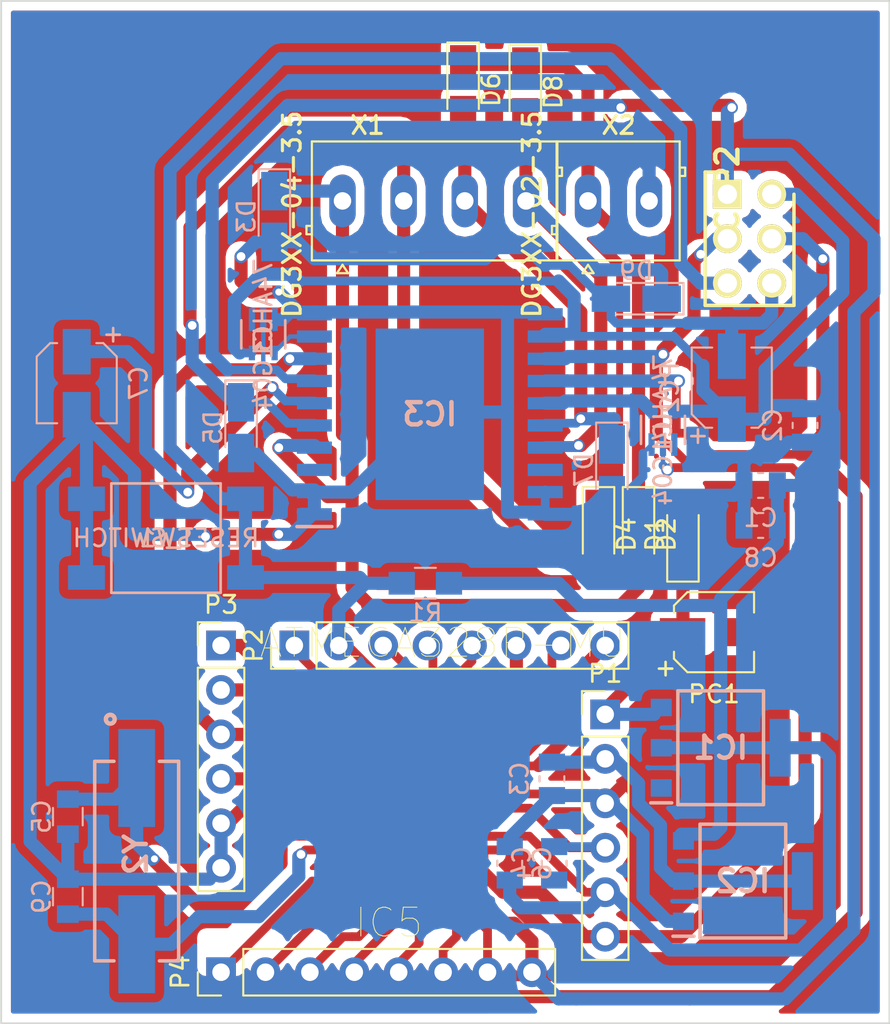
<source format=kicad_pcb>
(kicad_pcb (version 4) (host pcbnew 4.0.7)
  (layers (0 F.Cu signal) (31 B.Cu signal) (34 B.Paste user) (35 F.Paste user) (36 B.SilkS user) (37 F.SilkS user) (38 B.Mask user) (39 F.Mask user) (44 Edge.Cuts user))
  (net 0 "")
  (net 1 GND)
  (net 2 +5V)
  (net 3 /Headers/+3V3)
  (net 4 /ATMEGA328P/AREF)
  (net 5 "Net-(C4-Pad2)")
  (net 6 /Driver/PWRIN)
  (net 7 /Headers/VIN)
  (net 8 "/Motor Outputs/PWRIN")
  (net 9 "Net-(IC1-Pad1)")
  (net 10 /ATMEGA328P/PWMA)
  (net 11 /ATMEGA328P/IO4)
  (net 12 /ATMEGA328P/IO5)
  (net 13 /ATMEGA328P/IO6)
  (net 14 /ATMEGA328P/IO7)
  (net 15 /ATMEGA328P/IO8)
  (net 16 /ATMEGA328P/IO9)
  (net 17 /ATMEGA328P/SS)
  (net 18 /ATMEGA328P/PWMB)
  (net 19 /ATMEGA328P/DIRA)
  (net 20 /ATMEGA328P/DIRB)
  (net 21 "Net-(IC5-Pad19)")
  (net 22 "Net-(IC5-Pad22)")
  (net 23 /ATMEGA328P/AD0)
  (net 24 /ATMEGA328P/AD1)
  (net 25 /ATMEGA328P/AD2)
  (net 26 /ATMEGA328P/AD3)
  (net 27 /ATMEGA328P/AD4)
  (net 28 /ATMEGA328P/AD5)
  (net 29 /ATMEGA328P/RESET)
  (net 30 /ATMEGA328P/IO0)
  (net 31 /ATMEGA328P/IO1)
  (net 32 /ATMEGA328P/IO2)
  (net 33 /Driver/OUT1)
  (net 34 /Driver/OUT2)
  (net 35 /Driver/OUT3)
  (net 36 /Driver/OUT4)
  (net 37 "Net-(C5-Pad1)")
  (net 38 "Net-(C9-Pad2)")
  (net 39 "Net-(IC3-Pad3)")
  (net 40 "Net-(IC3-Pad9)")
  (net 41 "Net-(IC3-Pad15)")
  (net 42 "Net-(IC3-Pad18)")
  (module Capacitors_SMD:C_0805 (layer B.Cu) (at 61.976 102.108 270)
    (fp_text reference C5 (at 0 1.5 270) (layer B.SilkS) (effects (justify mirror)))
    (fp_text value 22P)
    (pad 1 smd rect (at -1 0 270) (size 1 1.25) (layers B.Cu B.Paste B.Mask) (net 37 "Net-(C5-Pad1)"))
    (pad 2 smd rect (at 1 0 270) (size 1 1.25) (layers B.Cu B.Paste B.Mask) (net 1 GND))
  )
  (module M20-9980346:HDRV6W64P254_2X3_762X508X868P (layer F.Cu) (at 99.695 66.548 270)
    (fp_text reference ICSP2 (at 0 0 270) (layer F.SilkS) (effects (font (size 1.27 1.27) (thickness 0.254))))
    (fp_text value M20-9980346 hide)
    (pad 1 thru_hole rect (at 0 0) (size 1.65 1.65) (drill 1.1) (layers *.Cu *.Mask F.SilkS) (net 19 /ATMEGA328P/DIRA))
    (pad 3 thru_hole circle (at 2.54 0) (size 1.65 1.65) (drill 1.1) (layers *.Cu *.Mask F.SilkS) (net 20 /ATMEGA328P/DIRB))
    (pad 5 thru_hole circle (at 5.08 0) (size 1.65 1.65) (drill 1.1) (layers *.Cu *.Mask F.SilkS) (net 29 /ATMEGA328P/RESET))
    (pad 2 thru_hole circle (at 0 -2.54) (size 1.65 1.65) (drill 1.1) (layers *.Cu *.Mask F.SilkS) (net 2 +5V))
    (pad 4 thru_hole circle (at 2.54 -2.54) (size 1.65 1.65) (drill 1.1) (layers *.Cu *.Mask F.SilkS) (net 18 /ATMEGA328P/PWMB))
    (pad 6 thru_hole circle (at 5.08 -2.54) (size 1.65 1.65) (drill 1.1) (layers *.Cu *.Mask F.SilkS) (net 1 GND))
  )
  (module Pin_Headers:Pin_Header_Straight_1x06_Pitch2.54mm (layer F.Cu) (at 70.739 92.329)
    (fp_text reference P3 (at 0 -2.33) (layer F.SilkS))
    (fp_text value AD)
    (pad 1 thru_hole rect (at 0 0) (size 1.7 1.7) (drill 1) (layers *.Cu *.Mask) (net 31 /ATMEGA328P/IO1))
    (pad 2 thru_hole oval (at 0 2.54) (size 1.7 1.7) (drill 1) (layers *.Cu *.Mask) (net 32 /ATMEGA328P/IO2))
    (pad 3 thru_hole oval (at 0 5.08) (size 1.7 1.7) (drill 1) (layers *.Cu *.Mask) (net 10 /ATMEGA328P/PWMA))
    (pad 4 thru_hole oval (at 0 7.62) (size 1.7 1.7) (drill 1) (layers *.Cu *.Mask) (net 11 /ATMEGA328P/IO4))
    (pad 5 thru_hole oval (at 0 10.16) (size 1.7 1.7) (drill 1) (layers *.Cu *.Mask) (net 1 GND))
    (pad 6 thru_hole oval (at 0 12.7) (size 1.7 1.7) (drill 1) (layers *.Cu *.Mask) (net 1 GND))
  )
  (module Capacitor_SMD:C_0805_2012Metric (layer B.Cu) (at 101.6 83.185)
    (fp_text reference C1 (at 0 1.85) (layer B.SilkS) (effects (justify mirror)))
    (fp_text value 1uF)
    (pad 1 smd rect (at -0.955 0) (size 0.97 1.5) (layers B.Cu B.Paste B.Mask) (net 1 GND))
    (pad 2 smd rect (at 0.955 0) (size 0.97 1.5) (layers B.Cu B.Paste B.Mask) (net 2 +5V))
  )
  (module Capacitor_SMD:C_0805_2012Metric (layer B.Cu) (at 104.14 79.756 270)
    (fp_text reference C2 (at 0 1.85 270) (layer B.SilkS) (effects (justify mirror)))
    (fp_text value "0.1 uF")
    (pad 1 smd rect (at -0.955 0 270) (size 0.97 1.5) (layers B.Cu B.Paste B.Mask) (net 2 +5V))
    (pad 2 smd rect (at 0.955 0 270) (size 0.97 1.5) (layers B.Cu B.Paste B.Mask) (net 1 GND))
  )
  (module Capacitor_SMD:C_0805_2012Metric (layer B.Cu) (at 89.662 99.949 270)
    (fp_text reference C3 (at 0 1.85 270) (layer B.SilkS) (effects (justify mirror)))
    (fp_text value "1 uF")
    (pad 1 smd rect (at -0.955 0 270) (size 0.97 1.5) (layers B.Cu B.Paste B.Mask) (net 3 /Headers/+3V3))
    (pad 2 smd rect (at 0.955 0 270) (size 0.97 1.5) (layers B.Cu B.Paste B.Mask) (net 1 GND))
  )
  (module Capacitor_SMD:C_0805_2012Metric (layer B.Cu) (at 89.789 104.775 270)
    (fp_text reference C4 (at 0 1.85 270) (layer B.SilkS) (effects (justify mirror)))
    (fp_text value "0.1 uF")
    (pad 1 smd rect (at -0.955 0 270) (size 0.97 1.5) (layers B.Cu B.Paste B.Mask) (net 4 /ATMEGA328P/AREF))
    (pad 2 smd rect (at 0.955 0 270) (size 0.97 1.5) (layers B.Cu B.Paste B.Mask) (net 5 "Net-(C4-Pad2)"))
  )
  (module Capacitor_SMD:C_0805_2012Metric (layer B.Cu) (at 87.249 104.775 90)
    (fp_text reference C6 (at 0 1.85 90) (layer B.SilkS) (effects (justify mirror)))
    (fp_text value "0.1 uF")
    (pad 1 smd rect (at -0.955 0 90) (size 0.97 1.5) (layers B.Cu B.Paste B.Mask) (net 2 +5V))
    (pad 2 smd rect (at 0.955 0 90) (size 0.97 1.5) (layers B.Cu B.Paste B.Mask) (net 1 GND))
  )
  (module Capacitor_SMD:C_0805_2012Metric (layer B.Cu) (at 101.6 85.471)
    (fp_text reference C8 (at 0 1.85) (layer B.SilkS) (effects (justify mirror)))
    (fp_text value 0.1uF)
    (pad 1 smd rect (at -0.955 0) (size 0.97 1.5) (layers B.Cu B.Paste B.Mask) (net 1 GND))
    (pad 2 smd rect (at 0.955 0) (size 0.97 1.5) (layers B.Cu B.Paste B.Mask) (net 2 +5V))
  )
  (module Capacitors_SMD:C_0805 (layer B.Cu) (at 61.976 106.68 270)
    (fp_text reference C9 (at 0 1.5 270) (layer B.SilkS) (effects (justify mirror)))
    (fp_text value 22P)
    (pad 1 smd rect (at -1 0 270) (size 1 1.25) (layers B.Cu B.Paste B.Mask) (net 1 GND))
    (pad 2 smd rect (at 1 0 270) (size 1 1.25) (layers B.Cu B.Paste B.Mask) (net 38 "Net-(C9-Pad2)"))
  )
  (module Diodes_SMD:D_MicroMELF_Hadsoldering (layer F.Cu) (at 97.155 85.979 90)
    (fp_text reference D1 (at 0 -1.6 90) (layer F.SilkS))
    (fp_text value D)
    (pad 1 smd rect (at -1.45 0 90) (size 2.2 1.5) (layers F.Cu F.Paste F.Mask) (net 7 /Headers/VIN))
    (pad 2 smd rect (at 1.45 0 90) (size 2.2 1.5) (layers F.Cu F.Paste F.Mask) (net 8 "/Motor Outputs/PWRIN"))
  )
  (module Diodes_SMD:D_MicroMELF_Hadsoldering (layer F.Cu) (at 94.615 85.979 270)
    (fp_text reference D2 (at 0 -1.6 270) (layer F.SilkS))
    (fp_text value D)
    (pad 1 smd rect (at -1.45 0 270) (size 2.2 1.5) (layers F.Cu F.Paste F.Mask) (net 8 "/Motor Outputs/PWRIN"))
    (pad 2 smd rect (at 1.45 0 270) (size 2.2 1.5) (layers F.Cu F.Paste F.Mask) (net 33 /Driver/OUT1))
  )
  (module Diodes_SMD:D_MicroMELF_Hadsoldering (layer B.Cu) (at 73.787 67.818 270)
    (fp_text reference D3 (at 0 1.6 270) (layer B.SilkS) (effects (justify mirror)))
    (fp_text value D)
    (pad 1 smd rect (at -1.45 0 270) (size 2.2 1.5) (layers B.Cu B.Paste B.Mask) (net 33 /Driver/OUT1))
    (pad 2 smd rect (at 1.45 0 270) (size 2.2 1.5) (layers B.Cu B.Paste B.Mask) (net 1 GND))
  )
  (module Diodes_SMD:D_MicroMELF_Hadsoldering (layer F.Cu) (at 92.329 85.979 270)
    (fp_text reference D4 (at 0 -1.6 270) (layer F.SilkS))
    (fp_text value D)
    (pad 1 smd rect (at -1.45 0 270) (size 2.2 1.5) (layers F.Cu F.Paste F.Mask) (net 8 "/Motor Outputs/PWRIN"))
    (pad 2 smd rect (at 1.45 0 270) (size 2.2 1.5) (layers F.Cu F.Paste F.Mask) (net 34 /Driver/OUT2))
  )
  (module Diodes_SMD:D_MicroMELF_Hadsoldering (layer B.Cu) (at 71.882 79.883 270)
    (fp_text reference D5 (at 0 1.6 270) (layer B.SilkS) (effects (justify mirror)))
    (fp_text value D)
    (pad 1 smd rect (at -1.45 0 270) (size 2.2 1.5) (layers B.Cu B.Paste B.Mask) (net 34 /Driver/OUT2))
    (pad 2 smd rect (at 1.45 0 270) (size 2.2 1.5) (layers B.Cu B.Paste B.Mask) (net 1 GND))
  )
  (module Diodes_SMD:D_MicroMELF_Hadsoldering (layer F.Cu) (at 84.582 60.579 270)
    (fp_text reference D6 (at 0 -1.6 270) (layer F.SilkS))
    (fp_text value D)
    (pad 1 smd rect (at -1.45 0 270) (size 2.2 1.5) (layers F.Cu F.Paste F.Mask) (net 8 "/Motor Outputs/PWRIN"))
    (pad 2 smd rect (at 1.45 0 270) (size 2.2 1.5) (layers F.Cu F.Paste F.Mask) (net 35 /Driver/OUT3))
  )
  (module Diodes_SMD:D_MicroMELF_Hadsoldering (layer B.Cu) (at 93.091 82.296 270)
    (fp_text reference D7 (at 0 1.6 270) (layer B.SilkS) (effects (justify mirror)))
    (fp_text value D)
    (pad 1 smd rect (at -1.45 0 270) (size 2.2 1.5) (layers B.Cu B.Paste B.Mask) (net 35 /Driver/OUT3))
    (pad 2 smd rect (at 1.45 0 270) (size 2.2 1.5) (layers B.Cu B.Paste B.Mask) (net 1 GND))
  )
  (module Diodes_SMD:D_MicroMELF_Hadsoldering (layer F.Cu) (at 88.138 60.706 270)
    (fp_text reference D8 (at 0 -1.6 270) (layer F.SilkS))
    (fp_text value D)
    (pad 1 smd rect (at -1.45 0 270) (size 2.2 1.5) (layers F.Cu F.Paste F.Mask) (net 8 "/Motor Outputs/PWRIN"))
    (pad 2 smd rect (at 1.45 0 270) (size 2.2 1.5) (layers F.Cu F.Paste F.Mask) (net 36 /Driver/OUT4))
  )
  (module Diodes_SMD:D_MicroMELF_Hadsoldering (layer B.Cu) (at 94.488 72.517 180)
    (fp_text reference D9 (at 0 1.6 180) (layer B.SilkS) (effects (justify mirror)))
    (fp_text value D)
    (pad 1 smd rect (at -1.45 0 180) (size 2.2 1.5) (layers B.Cu B.Paste B.Mask) (net 36 /Driver/OUT4))
    (pad 2 smd rect (at 1.45 0 180) (size 2.2 1.5) (layers B.Cu B.Paste B.Mask) (net 1 GND))
  )
  (module MC33269ST-3.3T3G:SOT230P700X175-4N (layer B.Cu) (at 99.314 98.171)
    (fp_text reference IC1 (at 0 0) (layer B.SilkS) (effects (font (size 1.27 1.27) (thickness 0.254)) (justify mirror)))
    (fp_text value MC33269ST-5.OT3 hide)
    (pad 1 smd rect (at -3.4 2.3 270) (size 1 1.2) (layers B.Cu B.Paste B.Mask) (net 9 "Net-(IC1-Pad1)"))
    (pad 2 smd rect (at -3.4 0 270) (size 1 1.2) (layers B.Cu B.Paste B.Mask) (net 2 +5V))
    (pad 3 smd rect (at -3.4 -2.3 270) (size 1 1.2) (layers B.Cu B.Paste B.Mask) (net 7 /Headers/VIN))
    (pad 4 smd rect (at 3.4 0) (size 1.2 3.3) (layers B.Cu B.Paste B.Mask) (net 2 +5V))
  )
  (module ATMEGA328P-AU:QFP80P900X900X120-32N (layer F.Cu) (at 81.661 101.219)
    (fp_text reference IC5 (at -1.32363 6.94899) (layer F.SilkS) (effects (font (size 1.64349 1.64349) (thickness 0.05))))
    (fp_text value ATMEGA328P-MU (at 1.75644 -9.03681) (layer F.SilkS) (effects (font (size 1.6436 1.6436) (thickness 0.05))))
    (pad 1 smd rect (at -4.1148 -2.794 270) (size 0.508 1.4732) (layers F.Cu F.Paste F.Mask) (net 10 /ATMEGA328P/PWMA))
    (pad 2 smd rect (at -4.1148 -2.0066 270) (size 0.508 1.4732) (layers F.Cu F.Paste F.Mask) (net 11 /ATMEGA328P/IO4))
    (pad 3 smd rect (at -4.1148 -1.1938 270) (size 0.508 1.4732) (layers F.Cu F.Paste F.Mask) (net 1 GND))
    (pad 4 smd rect (at -4.1148 -0.4064 270) (size 0.508 1.4732) (layers F.Cu F.Paste F.Mask) (net 2 +5V))
    (pad 5 smd rect (at -4.1148 0.4064 270) (size 0.508 1.4732) (layers F.Cu F.Paste F.Mask) (net 1 GND))
    (pad 6 smd rect (at -4.1148 1.1938 270) (size 0.508 1.4732) (layers F.Cu F.Paste F.Mask) (net 2 +5V))
    (pad 7 smd rect (at -4.1148 2.0066 270) (size 0.508 1.4732) (layers F.Cu F.Paste F.Mask) (net 37 "Net-(C5-Pad1)"))
    (pad 8 smd rect (at -4.1148 2.794 270) (size 0.508 1.4732) (layers F.Cu F.Paste F.Mask) (net 38 "Net-(C9-Pad2)"))
    (pad 9 smd rect (at -2.794 4.1148 180) (size 0.508 1.4732) (layers F.Cu F.Paste F.Mask) (net 12 /ATMEGA328P/IO5))
    (pad 10 smd rect (at -2.0066 4.1148 180) (size 0.508 1.4732) (layers F.Cu F.Paste F.Mask) (net 13 /ATMEGA328P/IO6))
    (pad 11 smd rect (at -1.1938 4.1148 180) (size 0.508 1.4732) (layers F.Cu F.Paste F.Mask) (net 14 /ATMEGA328P/IO7))
    (pad 12 smd rect (at -0.4064 4.1148 180) (size 0.508 1.4732) (layers F.Cu F.Paste F.Mask) (net 15 /ATMEGA328P/IO8))
    (pad 13 smd rect (at 0.4064 4.1148 180) (size 0.508 1.4732) (layers F.Cu F.Paste F.Mask) (net 16 /ATMEGA328P/IO9))
    (pad 14 smd rect (at 1.1938 4.1148 180) (size 0.508 1.4732) (layers F.Cu F.Paste F.Mask) (net 17 /ATMEGA328P/SS))
    (pad 15 smd rect (at 2.0066 4.1148 180) (size 0.508 1.4732) (layers F.Cu F.Paste F.Mask) (net 18 /ATMEGA328P/PWMB))
    (pad 16 smd rect (at 2.794 4.1148 180) (size 0.508 1.4732) (layers F.Cu F.Paste F.Mask) (net 19 /ATMEGA328P/DIRA))
    (pad 17 smd rect (at 4.1148 2.794 270) (size 0.508 1.4732) (layers F.Cu F.Paste F.Mask) (net 20 /ATMEGA328P/DIRB))
    (pad 18 smd rect (at 4.1148 2.0066 270) (size 0.508 1.4732) (layers F.Cu F.Paste F.Mask) (net 2 +5V))
    (pad 19 smd rect (at 4.1148 1.1938 270) (size 0.508 1.4732) (layers F.Cu F.Paste F.Mask) (net 21 "Net-(IC5-Pad19)"))
    (pad 20 smd rect (at 4.1148 0.4064 270) (size 0.508 1.4732) (layers F.Cu F.Paste F.Mask) (net 4 /ATMEGA328P/AREF))
    (pad 21 smd rect (at 4.1148 -0.4064 270) (size 0.508 1.4732) (layers F.Cu F.Paste F.Mask) (net 1 GND))
    (pad 22 smd rect (at 4.1148 -1.1938 270) (size 0.508 1.4732) (layers F.Cu F.Paste F.Mask) (net 22 "Net-(IC5-Pad22)"))
    (pad 23 smd rect (at 4.1148 -2.0066 270) (size 0.508 1.4732) (layers F.Cu F.Paste F.Mask) (net 23 /ATMEGA328P/AD0))
    (pad 24 smd rect (at 4.1148 -2.794 270) (size 0.508 1.4732) (layers F.Cu F.Paste F.Mask) (net 24 /ATMEGA328P/AD1))
    (pad 25 smd rect (at 2.794 -4.1148 180) (size 0.508 1.4732) (layers F.Cu F.Paste F.Mask) (net 25 /ATMEGA328P/AD2))
    (pad 26 smd rect (at 2.0066 -4.1148 180) (size 0.508 1.4732) (layers F.Cu F.Paste F.Mask) (net 26 /ATMEGA328P/AD3))
    (pad 27 smd rect (at 1.1938 -4.1148 180) (size 0.508 1.4732) (layers F.Cu F.Paste F.Mask) (net 27 /ATMEGA328P/AD4))
    (pad 28 smd rect (at 0.4064 -4.1148 180) (size 0.508 1.4732) (layers F.Cu F.Paste F.Mask) (net 28 /ATMEGA328P/AD5))
    (pad 29 smd rect (at -0.4064 -4.1148 180) (size 0.508 1.4732) (layers F.Cu F.Paste F.Mask) (net 29 /ATMEGA328P/RESET))
    (pad 30 smd rect (at -1.1938 -4.1148 180) (size 0.508 1.4732) (layers F.Cu F.Paste F.Mask) (net 30 /ATMEGA328P/IO0))
    (pad 31 smd rect (at -2.0066 -4.1148 180) (size 0.508 1.4732) (layers F.Cu F.Paste F.Mask) (net 31 /ATMEGA328P/IO1))
    (pad 32 smd rect (at -2.794 -4.1148 180) (size 0.508 1.4732) (layers F.Cu F.Paste F.Mask) (net 32 /ATMEGA328P/IO2))
  )
  (module Pin_Headers:Pin_Header_Straight_1x06_Pitch2.54mm (layer F.Cu) (at 92.71 96.266)
    (fp_text reference P1 (at 0 -2.33) (layer F.SilkS))
    (fp_text value CONN_01X06)
    (pad 1 thru_hole rect (at 0 0) (size 1.7 1.7) (drill 1) (layers *.Cu *.Mask) (net 7 /Headers/VIN))
    (pad 2 thru_hole oval (at 0 2.54) (size 1.7 1.7) (drill 1) (layers *.Cu *.Mask) (net 3 /Headers/+3V3))
    (pad 3 thru_hole oval (at 0 5.08) (size 1.7 1.7) (drill 1) (layers *.Cu *.Mask) (net 1 GND))
    (pad 4 thru_hole oval (at 0 7.62) (size 1.7 1.7) (drill 1) (layers *.Cu *.Mask) (net 4 /ATMEGA328P/AREF))
    (pad 5 thru_hole oval (at 0 10.16) (size 1.7 1.7) (drill 1) (layers *.Cu *.Mask) (net 2 +5V))
    (pad 6 thru_hole oval (at 0 12.7) (size 1.7 1.7) (drill 1) (layers *.Cu *.Mask) (net 20 /ATMEGA328P/DIRB))
  )
  (module Pin_Headers:Pin_Header_Straight_1x08_Pitch2.54mm (layer F.Cu) (at 74.93 92.329 90)
    (fp_text reference P2 (at 0 -2.33 90) (layer F.SilkS))
    (fp_text value IOH)
    (pad 1 thru_hole rect (at 0 0 90) (size 1.7 1.7) (drill 1) (layers *.Cu *.Mask) (net 30 /ATMEGA328P/IO0))
    (pad 2 thru_hole oval (at 0 2.54 90) (size 1.7 1.7) (drill 1) (layers *.Cu *.Mask) (net 29 /ATMEGA328P/RESET))
    (pad 3 thru_hole oval (at 0 5.08 90) (size 1.7 1.7) (drill 1) (layers *.Cu *.Mask) (net 28 /ATMEGA328P/AD5))
    (pad 4 thru_hole oval (at 0 7.62 90) (size 1.7 1.7) (drill 1) (layers *.Cu *.Mask) (net 27 /ATMEGA328P/AD4))
    (pad 5 thru_hole oval (at 0 10.16 90) (size 1.7 1.7) (drill 1) (layers *.Cu *.Mask) (net 26 /ATMEGA328P/AD3))
    (pad 6 thru_hole oval (at 0 12.7 90) (size 1.7 1.7) (drill 1) (layers *.Cu *.Mask) (net 25 /ATMEGA328P/AD2))
    (pad 7 thru_hole oval (at 0 15.24 90) (size 1.7 1.7) (drill 1) (layers *.Cu *.Mask) (net 24 /ATMEGA328P/AD1))
    (pad 8 thru_hole oval (at 0 17.78 90) (size 1.7 1.7) (drill 1) (layers *.Cu *.Mask) (net 23 /ATMEGA328P/AD0))
  )
  (module Pin_Headers:Pin_Header_Straight_1x08_Pitch2.54mm (layer F.Cu) (at 70.739 110.998 90)
    (fp_text reference P4 (at 0 -2.33 90) (layer F.SilkS))
    (fp_text value H4)
    (pad 1 thru_hole rect (at 0 0 90) (size 1.7 1.7) (drill 1) (layers *.Cu *.Mask) (net 12 /ATMEGA328P/IO5))
    (pad 2 thru_hole oval (at 0 2.54 90) (size 1.7 1.7) (drill 1) (layers *.Cu *.Mask) (net 13 /ATMEGA328P/IO6))
    (pad 3 thru_hole oval (at 0 5.08 90) (size 1.7 1.7) (drill 1) (layers *.Cu *.Mask) (net 14 /ATMEGA328P/IO7))
    (pad 4 thru_hole oval (at 0 7.62 90) (size 1.7 1.7) (drill 1) (layers *.Cu *.Mask) (net 15 /ATMEGA328P/IO8))
    (pad 5 thru_hole oval (at 0 10.16 90) (size 1.7 1.7) (drill 1) (layers *.Cu *.Mask) (net 16 /ATMEGA328P/IO9))
    (pad 6 thru_hole oval (at 0 12.7 90) (size 1.7 1.7) (drill 1) (layers *.Cu *.Mask) (net 17 /ATMEGA328P/SS))
    (pad 7 thru_hole oval (at 0 15.24 90) (size 1.7 1.7) (drill 1) (layers *.Cu *.Mask) (net 18 /ATMEGA328P/PWMB))
    (pad 8 thru_hole oval (at 0 17.78 90) (size 1.7 1.7) (drill 1) (layers *.Cu *.Mask) (net 19 /ATMEGA328P/DIRA))
  )
  (module Capacitors_SMD:CP_Elec_4x5.3 (layer F.Cu) (at 98.933 91.567)
    (fp_text reference PC1 (at 0 3.54) (layer F.SilkS))
    (fp_text value 47uF)
    (fp_text user + (at -2.77 2.01) (layer F.SilkS))
    (pad 1 smd rect (at -1.8 0 180) (size 2.6 1.6) (layers F.Cu F.Paste F.Mask) (net 7 /Headers/VIN))
    (pad 2 smd rect (at 1.8 0 180) (size 2.6 1.6) (layers F.Cu F.Paste F.Mask) (net 1 GND))
  )
  (module Capacitors_SMD:CP_Elec_4x5.3 (layer B.Cu) (at 99.949 77.597 90)
    (fp_text reference PC2 (at 0 -3.54 90) (layer B.SilkS) (effects (justify mirror)))
    (fp_text value 47uF)
    (fp_text user + (at -2.77 -2.01 90) (layer B.SilkS) (effects (justify mirror)))
    (pad 1 smd rect (at -1.8 0 270) (size 2.6 1.6) (layers B.Cu B.Paste B.Mask) (net 2 +5V))
    (pad 2 smd rect (at 1.8 0 270) (size 2.6 1.6) (layers B.Cu B.Paste B.Mask) (net 1 GND))
  )
  (module Resistors_SMD:R_0805_HandSoldering (layer B.Cu) (at 82.423 88.773)
    (fp_text reference R1 (at 0 1.7) (layer B.SilkS) (effects (justify mirror)))
    (fp_text value 10K)
    (pad 1 smd rect (at -1.35 0) (size 1.5 1.3) (layers B.Cu B.Paste B.Mask) (net 29 /ATMEGA328P/RESET))
    (pad 2 smd rect (at 1.35 0) (size 1.5 1.3) (layers B.Cu B.Paste B.Mask) (net 2 +5V))
  )
  (module RESET_SWITCH:FSM4JSMATR (layer B.Cu) (at 72.136 83.947)
    (fp_text reference SW1 (at -4.5466 2.2479) (layer B.SilkS) (effects (justify mirror)))
    (fp_text value RESET_SWITCH (at -4.5466 2.2479) (layer B.SilkS) (effects (justify mirror)))
    (pad 1 smd rect (at -9.0932 4.4958) (size 2.1082 1.397) (layers B.Cu B.Paste B.Mask) (net 1 GND))
    (pad 2 smd rect (at -9.0932 0) (size 2.1082 1.397) (layers B.Cu B.Paste B.Mask) (net 1 GND))
    (pad 3 smd rect (at 0 0) (size 2.1082 1.397) (layers B.Cu B.Paste B.Mask) (net 29 /ATMEGA328P/RESET))
    (pad 4 smd rect (at 0 4.4958) (size 2.1082 1.397) (layers B.Cu B.Paste B.Mask) (net 29 /ATMEGA328P/RESET))
  )
  (module 74AHc1G04:74AHC1G04GW (layer B.Cu) (at 73.152 74.549 270)
    (fp_text reference U3 (at 0 0 270) (layer B.SilkS) (effects (justify mirror)))
    (fp_text value 74AHC1G04 (at 0 0 270) (layer B.SilkS) (effects (justify mirror)))
    (pad 1 smd rect (at -0.8382 0.649999 270) (size 1.2954 0.3556) (layers B.Cu B.Paste B.Mask))
    (pad 2 smd rect (at -0.8382 0 270) (size 1.2954 0.3556) (layers B.Cu B.Paste B.Mask) (net 19 /ATMEGA328P/DIRA))
    (pad 3 smd rect (at -0.8382 -0.649999 270) (size 1.2954 0.3556) (layers B.Cu B.Paste B.Mask) (net 1 GND))
    (pad 4 smd rect (at 1.0668 -0.649999 270) (size 0.8382 0.3556) (layers B.Cu B.Paste B.Mask) (net 40 "Net-(IC3-Pad9)"))
    (pad 5 smd rect (at 1.0668 0.649999 270) (size 0.8382 0.3556) (layers B.Cu B.Paste B.Mask) (net 2 +5V))
  )
  (module 74AHc1G04:74AHC1G04GW (layer B.Cu) (at 96.012 80.01 90)
    (fp_text reference U4 (at 0 0 90) (layer B.SilkS) (effects (justify mirror)))
    (fp_text value 74AHC1G04 (at 0 0 90) (layer B.SilkS) (effects (justify mirror)))
    (pad 1 smd rect (at -0.8382 0.649999 90) (size 1.2954 0.3556) (layers B.Cu B.Paste B.Mask))
    (pad 2 smd rect (at -0.8382 0 90) (size 1.2954 0.3556) (layers B.Cu B.Paste B.Mask) (net 20 /ATMEGA328P/DIRB))
    (pad 3 smd rect (at -0.8382 -0.649999 90) (size 1.2954 0.3556) (layers B.Cu B.Paste B.Mask) (net 1 GND))
    (pad 4 smd rect (at 1.0668 -0.649999 90) (size 0.8382 0.3556) (layers B.Cu B.Paste B.Mask) (net 41 "Net-(IC3-Pad15)"))
    (pad 5 smd rect (at 1.0668 0.649999 90) (size 0.8382 0.3556) (layers B.Cu B.Paste B.Mask) (net 2 +5V))
  )
  (module degson:degson-DG350-3.5-04P (layer F.Cu) (at 82.931 66.929)
    (fp_text reference X1 (at -3.81 -4.318) (layer F.SilkS) (effects (font (size 1.016 1.016) (thickness 0.1778))))
    (fp_text value DG3XX-04-3.5 (at -8.128 0.762 90) (layer F.SilkS) (effects (font (size 1.016 1.016) (thickness 0.1778))))
    (pad 1 thru_hole oval (at -5.24764 0 180) (size 1.50622 3.01498) (drill 0.99822) (layers *.Cu *.Paste *.Mask) (net 33 /Driver/OUT1))
    (pad 2 thru_hole oval (at -1.74752 0 180) (size 1.50622 3.01498) (drill 0.99822) (layers *.Cu *.Paste *.Mask) (net 34 /Driver/OUT2))
    (pad 3 thru_hole oval (at 1.74752 0 180) (size 1.50622 3.01498) (drill 0.99822) (layers *.Cu *.Paste *.Mask) (net 35 /Driver/OUT3))
    (pad 4 thru_hole oval (at 5.24764 0 180) (size 1.50622 3.01498) (drill 0.99822) (layers *.Cu *.Paste *.Mask) (net 36 /Driver/OUT4))
  )
  (module degson:degson-DG350-3.5-02P (layer F.Cu) (at 93.472 66.929)
    (fp_text reference X2 (at 0 -4.318) (layer F.SilkS) (effects (font (size 1.016 1.016) (thickness 0.1778))))
    (fp_text value DG3XX-02-3.5 (at -4.953 0.762 90) (layer F.SilkS) (effects (font (size 1.016 1.016) (thickness 0.1778))))
    (pad 1 thru_hole oval (at -1.74752 0 180) (size 1.50622 3.01498) (drill 0.99822) (layers *.Cu *.Paste *.Mask) (net 8 "/Motor Outputs/PWRIN"))
    (pad 2 thru_hole oval (at 1.74752 0 180) (size 1.50622 3.01498) (drill 0.99822) (layers *.Cu *.Paste *.Mask) (net 1 GND))
  )
  (module "MCRSD16000F183000RR:HC%2f49US-(AT49)_1" (layer B.Cu) (at 65.913 104.648 270)
    (fp_text reference Y2 (at -0.37183 0.05026 270) (layer B.SilkS) (effects (font (size 1.27 1.27) (thickness 0.254)) (justify mirror)))
    (fp_text value Crystal hide)
    (pad 1 smd rect (at -4.75 0 180) (size 2.1 5.6) (layers B.Cu B.Paste B.Mask) (net 37 "Net-(C5-Pad1)"))
    (pad 2 smd rect (at 4.75 0 180) (size 2.1 5.6) (layers B.Cu B.Paste B.Mask) (net 38 "Net-(C9-Pad2)"))
  )
  (module MC33269ST-3.3T3G:SOT230P700X175-4N (layer B.Cu) (at 100.584 105.791)
    (fp_text reference IC2 (at 0 0) (layer B.SilkS) (effects (font (size 1.27 1.27) (thickness 0.254)) (justify mirror)))
    (fp_text value MC33269ST-5.OT3 hide)
    (pad 1 smd rect (at -3.4 2.3 270) (size 1 1.2) (layers B.Cu B.Paste B.Mask) (net 1 GND))
    (pad 2 smd rect (at -3.4 0 270) (size 1 1.2) (layers B.Cu B.Paste B.Mask) (net 3 /Headers/+3V3))
    (pad 3 smd rect (at -3.4 -2.3 270) (size 1 1.2) (layers B.Cu B.Paste B.Mask) (net 2 +5V))
    (pad 4 smd rect (at 3.4 0) (size 1.2 3.3) (layers B.Cu B.Paste B.Mask) (net 3 /Headers/+3V3))
  )
  (module Capacitors_SMD:CP_Elec_4x5.3 (layer B.Cu) (at 62.484 77.343 270)
    (fp_text reference C7 (at 0 -3.54 270) (layer B.SilkS) (effects (justify mirror)))
    (fp_text value 100uF,25V)
    (fp_text user + (at -2.77 -2.01 270) (layer B.SilkS) (effects (justify mirror)))
    (pad 1 smd rect (at -1.8 0 90) (size 2.6 1.6) (layers B.Cu B.Paste B.Mask) (net 6 /Driver/PWRIN))
    (pad 2 smd rect (at 1.8 0 90) (size 2.6 1.6) (layers B.Cu B.Paste B.Mask) (net 1 GND))
  )
  (module L298Poud:SOIC127P1420X360-21N (layer B.Cu) (at 82.677 79.121)
    (fp_text reference IC3 (at 0 0) (layer B.SilkS) (effects (font (size 1.27 1.27) (thickness 0.254)) (justify mirror)))
    (fp_text value L298P hide)
    (pad 1 smd rect (at -6.6 5.715 270) (size 0.7 2) (layers B.Cu B.Paste B.Mask) (net 1 GND))
    (pad 2 smd rect (at -6.6 4.445 270) (size 0.7 2) (layers B.Cu B.Paste B.Mask) (net 1 GND))
    (pad 3 smd rect (at -6.6 3.175 270) (size 0.7 2) (layers B.Cu B.Paste B.Mask) (net 39 "Net-(IC3-Pad3)"))
    (pad 4 smd rect (at -6.6 1.905 270) (size 0.7 2) (layers B.Cu B.Paste B.Mask) (net 33 /Driver/OUT1))
    (pad 5 smd rect (at -6.6 0.635 270) (size 0.7 2) (layers B.Cu B.Paste B.Mask) (net 34 /Driver/OUT2))
    (pad 6 smd rect (at -6.6 -0.635 270) (size 0.7 2) (layers B.Cu B.Paste B.Mask) (net 6 /Driver/PWRIN))
    (pad 7 smd rect (at -6.6 -1.905 270) (size 0.7 2) (layers B.Cu B.Paste B.Mask) (net 19 /ATMEGA328P/DIRA))
    (pad 8 smd rect (at -6.6 -3.175 270) (size 0.7 2) (layers B.Cu B.Paste B.Mask) (net 10 /ATMEGA328P/PWMA))
    (pad 9 smd rect (at -6.6 -4.445 270) (size 0.7 2) (layers B.Cu B.Paste B.Mask) (net 40 "Net-(IC3-Pad9)"))
    (pad 10 smd rect (at -6.6 -5.715 270) (size 0.7 2) (layers B.Cu B.Paste B.Mask) (net 1 GND))
    (pad 11 smd rect (at 6.6 -5.715 270) (size 0.7 2) (layers B.Cu B.Paste B.Mask) (net 1 GND))
    (pad 12 smd rect (at 6.6 -4.445 270) (size 0.7 2) (layers B.Cu B.Paste B.Mask) (net 2 +5V))
    (pad 13 smd rect (at 6.6 -3.175 270) (size 0.7 2) (layers B.Cu B.Paste B.Mask) (net 20 /ATMEGA328P/DIRB))
    (pad 14 smd rect (at 6.6 -1.905 270) (size 0.7 2) (layers B.Cu B.Paste B.Mask) (net 18 /ATMEGA328P/PWMB))
    (pad 15 smd rect (at 6.6 -0.635 270) (size 0.7 2) (layers B.Cu B.Paste B.Mask) (net 41 "Net-(IC3-Pad15)"))
    (pad 16 smd rect (at 6.6 0.635 270) (size 0.7 2) (layers B.Cu B.Paste B.Mask) (net 35 /Driver/OUT3))
    (pad 17 smd rect (at 6.6 1.905 270) (size 0.7 2) (layers B.Cu B.Paste B.Mask) (net 36 /Driver/OUT4))
    (pad 18 smd rect (at 6.6 3.175 270) (size 0.7 2) (layers B.Cu B.Paste B.Mask) (net 42 "Net-(IC3-Pad18)"))
    (pad 19 smd rect (at 6.6 4.445 270) (size 0.7 2) (layers B.Cu B.Paste B.Mask) (net 1 GND))
    (pad 20 smd rect (at 6.6 5.715 270) (size 0.7 2) (layers B.Cu B.Paste B.Mask) (net 1 GND))
    (pad 21 smd rect (at 0 0) (size 6.2 9.8) (layers B.Cu B.Paste B.Mask) (net 1 GND))
  )
  (gr_line (start 108.966 113.919) (end 58.166 113.919) (angle 90) (layer Edge.Cuts) (width 0.1))
  (gr_line (start 108.966 55.499) (end 108.966 113.919) (angle 90) (layer Edge.Cuts) (width 0.1))
  (gr_line (start 58.166 55.499) (end 108.966 55.499) (angle 90) (layer Edge.Cuts) (width 0.1))
  (gr_line (start 58.166 113.919) (end 58.166 55.499) (angle 90) (layer Edge.Cuts) (width 0.1))
  (segment (start 71.882 81.333) (end 72.697 81.333) (width 0.75) (layer B.Cu) (net 1))
  (segment (start 74.803 83.439) (end 75.95 83.439) (width 0.75) (layer B.Cu) (net 1))
  (segment (start 72.697 81.333) (end 74.803 83.439) (width 0.75) (layer B.Cu) (net 1))
  (segment (start 75.95 83.439) (end 76.077 83.566) (width 0.75) (layer B.Cu) (net 1))
  (segment (start 97.409 73.914) (end 98.171 73.914) (width 0.75) (layer B.Cu) (net 1))
  (segment (start 98.171 73.914) (end 101.219 73.914) (width 0.75) (layer B.Cu) (net 1))
  (segment (start 101.219 73.914) (end 101.727 73.914) (width 0.75) (layer B.Cu) (net 1))
  (segment (start 101.727 73.914) (end 102.235 73.406) (width 0.75) (layer B.Cu) (net 1))
  (segment (start 102.235 73.406) (end 102.235 71.628) (width 0.75) (layer B.Cu) (net 1))
  (segment (start 84.836 70.231) (end 85.852 70.231) (width 0.75) (layer B.Cu) (net 1))
  (segment (start 85.852 70.231) (end 86.487 69.596) (width 0.75) (layer B.Cu) (net 1))
  (segment (start 86.487 69.596) (end 88.265 69.596) (width 0.75) (layer B.Cu) (net 1))
  (segment (start 90.678 70.612) (end 89.789 70.612) (width 0.5) (layer B.Cu) (net 1))
  (segment (start 89.789 70.612) (end 89.281 70.612) (width 0.5) (layer B.Cu) (net 1))
  (segment (start 92.583 72.517) (end 90.678 70.612) (width 0.5) (layer B.Cu) (net 1))
  (segment (start 88.265 69.596) (end 89.281 70.612) (width 0.75) (layer B.Cu) (net 1))
  (segment (start 76.073 70.231) (end 84.836 70.231) (width 0.75) (layer B.Cu) (net 1))
  (segment (start 100.733 91.567) (end 100.733 93.323) (width 0.75) (layer F.Cu) (net 1))
  (segment (start 100.733 93.323) (end 92.71 101.346) (width 0.75) (layer F.Cu) (net 1))
  (segment (start 93.091 83.746) (end 93.8 83.746) (width 0.25) (layer B.Cu) (net 1))
  (segment (start 93.8 83.746) (end 94.869 82.677) (width 0.5) (layer B.Cu) (net 1))
  (segment (start 94.869 81.341201) (end 95.362001 80.8482) (width 0.25) (layer B.Cu) (net 1))
  (segment (start 94.869 82.677) (end 94.869 81.341201) (width 0.5) (layer B.Cu) (net 1))
  (segment (start 99.949 75.797) (end 99.949 73.914) (width 0.75) (layer B.Cu) (net 1))
  (segment (start 99.949 73.914) (end 99.949 74.041) (width 0.75) (layer B.Cu) (net 1))
  (segment (start 99.949 74.041) (end 99.949 73.914) (width 0.75) (layer B.Cu) (net 1))
  (segment (start 100.645 83.185) (end 100.645 81.854) (width 0.75) (layer B.Cu) (net 1))
  (segment (start 103.185 80.711) (end 104.14 80.711) (width 0.75) (layer B.Cu) (net 1))
  (segment (start 102.362 81.534) (end 103.185 80.711) (width 0.75) (layer B.Cu) (net 1))
  (segment (start 100.965 81.534) (end 102.362 81.534) (width 0.75) (layer B.Cu) (net 1))
  (segment (start 100.645 81.854) (end 100.965 81.534) (width 0.75) (layer B.Cu) (net 1))
  (segment (start 93.091 83.746) (end 95.377 83.746) (width 0.75) (layer B.Cu) (net 1))
  (segment (start 95.377 83.746) (end 100.084 83.746) (width 0.75) (layer B.Cu) (net 1))
  (segment (start 100.084 83.746) (end 100.645 83.185) (width 0.75) (layer B.Cu) (net 1))
  (segment (start 89.277 84.836) (end 92.001 84.836) (width 0.75) (layer B.Cu) (net 1))
  (segment (start 92.001 84.836) (end 93.091 83.746) (width 0.75) (layer B.Cu) (net 1))
  (segment (start 95.21952 66.929) (end 95.21952 64.99352) (width 0.75) (layer B.Cu) (net 1))
  (segment (start 86.487 64.77) (end 86.487 69.596) (width 0.75) (layer B.Cu) (net 1))
  (segment (start 87.503 63.754) (end 86.487 64.77) (width 0.75) (layer B.Cu) (net 1))
  (segment (start 93.98 63.754) (end 87.503 63.754) (width 0.75) (layer B.Cu) (net 1))
  (segment (start 95.21952 64.99352) (end 93.98 63.754) (width 0.75) (layer B.Cu) (net 1))
  (segment (start 94.869 106.172) (end 94.869 106.68) (width 0.75) (layer B.Cu) (net 1))
  (segment (start 96.28 108.091) (end 97.184 108.091) (width 0.75) (layer B.Cu) (net 1))
  (segment (start 94.869 106.68) (end 96.28 108.091) (width 0.75) (layer B.Cu) (net 1))
  (segment (start 76.077 83.566) (end 78.232 83.566) (width 0.75) (layer B.Cu) (net 1))
  (segment (start 78.232 83.566) (end 82.677 79.121) (width 0.75) (layer B.Cu) (net 1))
  (segment (start 63.0428 83.947) (end 63.0428 79.7018) (width 0.75) (layer B.Cu) (net 1))
  (segment (start 63.0428 79.7018) (end 62.484 79.143) (width 0.5) (layer B.Cu) (net 1))
  (segment (start 62.484 79.143) (end 62.484 80.391) (width 0.5) (layer B.Cu) (net 1))
  (segment (start 62.484 80.391) (end 59.817 83.058) (width 0.75) (layer B.Cu) (net 1))
  (segment (start 59.817 83.058) (end 59.817 103.521) (width 0.75) (layer B.Cu) (net 1))
  (segment (start 59.817 103.521) (end 61.976 105.68) (width 0.75) (layer B.Cu) (net 1))
  (segment (start 89.15 84.709) (end 89.277 84.836) (width 0.5) (layer B.Cu) (net 1))
  (segment (start 72.718 69.268) (end 73.787 69.268) (width 0.75) (layer B.Cu) (net 1))
  (segment (start 72.517 72.136) (end 71.882 71.501) (width 0.75) (layer F.Cu) (net 1))
  (segment (start 71.882 71.501) (end 71.882 70.104) (width 0.75) (layer F.Cu) (net 1))
  (via (at 71.882 70.104) (size 0.7) (drill 0.5) (layers F.Cu B.Cu) (net 1))
  (segment (start 71.882 70.104) (end 72.718 69.268) (width 0.75) (layer B.Cu) (net 1))
  (segment (start 74.041 85.979) (end 74.807 85.979) (width 0.75) (layer B.Cu) (net 1))
  (via (at 69.85 86.106) (size 0.7) (drill 0.5) (layers F.Cu B.Cu) (net 1))
  (segment (start 69.85 86.106) (end 69.977 85.979) (width 0.5) (layer F.Cu) (net 1))
  (segment (start 69.977 85.979) (end 74.041 85.979) (width 0.75) (layer F.Cu) (net 1))
  (via (at 74.041 85.979) (size 0.7) (drill 0.5) (layers F.Cu B.Cu) (net 1))
  (segment (start 74.807 85.979) (end 76.077 84.709) (width 0.75) (layer B.Cu) (net 1))
  (segment (start 89.662 100.904) (end 92.268 100.904) (width 0.75) (layer B.Cu) (net 1))
  (segment (start 92.268 100.904) (end 92.71 101.346) (width 0.5) (layer B.Cu) (net 1))
  (segment (start 92.268 100.904) (end 92.71 101.346) (width 0.5) (layer B.Cu) (net 1))
  (segment (start 85.7758 100.8126) (end 92.1766 100.8126) (width 0.5) (layer F.Cu) (net 1))
  (segment (start 92.1766 100.8126) (end 92.71 101.346) (width 0.5) (layer F.Cu) (net 1))
  (segment (start 77.5462 100.0252) (end 83.7692 100.0252) (width 0.5) (layer F.Cu) (net 1))
  (segment (start 83.7692 100.0252) (end 84.5566 100.8126) (width 0.5) (layer F.Cu) (net 1))
  (segment (start 84.5566 100.8126) (end 85.7758 100.8126) (width 0.5) (layer F.Cu) (net 1))
  (segment (start 76.073 101.6254) (end 76.073 100.076) (width 0.5) (layer F.Cu) (net 1))
  (segment (start 76.073 100.076) (end 76.1238 100.0252) (width 0.5) (layer F.Cu) (net 1))
  (segment (start 76.1238 100.0252) (end 77.5462 100.0252) (width 0.5) (layer F.Cu) (net 1))
  (segment (start 70.739 102.489) (end 71.12 102.489) (width 0.5) (layer F.Cu) (net 1))
  (segment (start 71.12 102.489) (end 71.9836 101.6254) (width 0.75) (layer F.Cu) (net 1))
  (segment (start 71.9836 101.6254) (end 77.5462 101.6254) (width 0.5) (layer F.Cu) (net 1))
  (segment (start 77.5462 101.6254) (end 77.5462 101.662798) (width 0.5) (layer F.Cu) (net 1))
  (segment (start 77.5462 101.662798) (end 77.5462 101.6254) (width 0.5) (layer F.Cu) (net 1))
  (segment (start 70.739 105.029) (end 70.739 102.489) (width 0.75) (layer B.Cu) (net 1))
  (segment (start 61.976 105.68) (end 64.246 105.68) (width 0.75) (layer B.Cu) (net 1))
  (segment (start 76.077 73.279) (end 75.184 73.279) (width 0.5) (layer B.Cu) (net 1))
  (segment (start 75.184 73.279) (end 74.041 72.136) (width 0.75) (layer B.Cu) (net 1))
  (segment (start 74.041 72.136) (end 72.517 72.136) (width 0.75) (layer F.Cu) (net 1))
  (via (at 74.041 72.136) (size 0.6) (drill 0.4) (layers F.Cu B.Cu) (net 1))
  (segment (start 87.249 103.82) (end 87.249 103.317) (width 0.5) (layer B.Cu) (net 1))
  (segment (start 87.249 103.317) (end 89.662 100.904) (width 0.75) (layer B.Cu) (net 1))
  (segment (start 92.268 100.904) (end 92.71 101.346) (width 0.5) (layer B.Cu) (net 1))
  (segment (start 89.277 84.709) (end 89.277 83.439) (width 0.5) (layer B.Cu) (net 1))
  (segment (start 87.122 84.709) (end 89.277 84.709) (width 0.75) (layer B.Cu) (net 1))
  (segment (start 92.268 100.904) (end 92.71 101.346) (width 0.5) (layer B.Cu) (net 1))
  (segment (start 82.677 78.994) (end 86.741 78.994) (width 0.75) (layer B.Cu) (net 1))
  (segment (start 86.741 78.994) (end 87.122 78.613) (width 0.5) (layer B.Cu) (net 1))
  (segment (start 92.71 101.346) (end 93.091 101.346) (width 0.5) (layer B.Cu) (net 1))
  (segment (start 93.091 101.346) (end 94.869 103.124) (width 0.75) (layer B.Cu) (net 1))
  (segment (start 94.869 103.124) (end 94.869 106.172) (width 0.75) (layer B.Cu) (net 1))
  (segment (start 75.311 84.709) (end 76.077 84.709) (width 0.5) (layer B.Cu) (net 1))
  (segment (start 71.12 102.489) (end 72.009 101.6) (width 0.5) (layer F.Cu) (net 1))
  (segment (start 76.327 101.6) (end 76.327 101.6254) (width 0.5) (layer F.Cu) (net 1))
  (segment (start 72.009 101.6) (end 76.327 101.6) (width 0.75) (layer F.Cu) (net 1))
  (segment (start 93.038 72.517) (end 92.583 72.517) (width 0.5) (layer B.Cu) (net 1))
  (segment (start 75.11 69.268) (end 76.073 70.231) (width 0.75) (layer B.Cu) (net 1))
  (segment (start 73.787 69.268) (end 75.11 69.268) (width 0.75) (layer B.Cu) (net 1))
  (segment (start 74.041 73.7108) (end 74.2442 73.7108) (width 0.75) (layer B.Cu) (net 1))
  (segment (start 74.676 73.279) (end 76.077 73.279) (width 0.75) (layer B.Cu) (net 1))
  (segment (start 74.2442 73.7108) (end 74.676 73.279) (width 0.75) (layer B.Cu) (net 1))
  (segment (start 92.268 100.904) (end 92.71 101.346) (width 0.5) (layer B.Cu) (net 1))
  (segment (start 87.249 103.317) (end 89.662 100.904) (width 0.5) (layer B.Cu) (net 1))
  (segment (start 61.976 103.108) (end 61.976 105.68) (width 0.75) (layer B.Cu) (net 1))
  (segment (start 64.246 105.68) (end 70.088 105.68) (width 0.75) (layer B.Cu) (net 1))
  (segment (start 70.088 105.68) (end 70.739 105.029) (width 0.5) (layer B.Cu) (net 1))
  (segment (start 86.868 73.279) (end 89.277 73.279) (width 0.75) (layer B.Cu) (net 1))
  (segment (start 87.122 84.709) (end 87.122 78.613) (width 0.75) (layer B.Cu) (net 1))
  (segment (start 87.122 78.613) (end 87.122 73.533) (width 0.75) (layer B.Cu) (net 1))
  (segment (start 87.122 73.533) (end 86.868 73.279) (width 0.5) (layer B.Cu) (net 1))
  (segment (start 86.868 73.279) (end 76.077 73.279) (width 0.75) (layer B.Cu) (net 1))
  (segment (start 76.077 84.709) (end 75.946 84.709) (width 0.5) (layer B.Cu) (net 1))
  (segment (start 76.077 83.439) (end 76.077 84.709) (width 0.75) (layer B.Cu) (net 1))
  (segment (start 75.184 83.439) (end 76.077 83.439) (width 0.5) (layer B.Cu) (net 1))
  (segment (start 93.038 72.517) (end 93.038 73.607) (width 0.5) (layer B.Cu) (net 1))
  (segment (start 93.038 73.607) (end 93.345 73.914) (width 0.5) (layer B.Cu) (net 1))
  (segment (start 100.645 85.471) (end 100.645 83.185) (width 0.75) (layer B.Cu) (net 1))
  (segment (start 93.038 72.517) (end 91.948 72.517) (width 0.25) (layer B.Cu) (net 1))
  (segment (start 70.088 105.68) (end 70.739 105.029) (width 0.25) (layer B.Cu) (net 1))
  (segment (start 87.249 103.317) (end 89.662 100.904) (width 0.25) (layer B.Cu) (net 1))
  (segment (start 92.268 100.904) (end 92.71 101.346) (width 0.25) (layer B.Cu) (net 1))
  (segment (start 75.184 83.439) (end 76.077 83.439) (width 0.25) (layer B.Cu) (net 1))
  (segment (start 73.801999 73.7108) (end 74.041 73.7108) (width 0.25) (layer B.Cu) (net 1))
  (segment (start 92.71 101.346) (end 92.71 101.6) (width 0.25) (layer F.Cu) (net 1))
  (segment (start 87.122 73.533) (end 86.868 73.279) (width 0.25) (layer B.Cu) (net 1))
  (segment (start 76.077 73.279) (end 78.232 73.279) (width 0.25) (layer B.Cu) (net 1))
  (segment (start 78.232 73.279) (end 86.868 73.279) (width 0.25) (layer B.Cu) (net 1))
  (segment (start 84.5566 100.8126) (end 85.7758 100.8126) (width 0.5) (layer F.Cu) (net 1))
  (segment (start 83.7692 100.0252) (end 84.5566 100.8126) (width 0.5) (layer F.Cu) (net 1))
  (segment (start 76.1238 100.0252) (end 77.5462 100.0252) (width 0.5) (layer F.Cu) (net 1))
  (segment (start 76.073 100.076) (end 76.1238 100.0252) (width 0.25) (layer F.Cu) (net 1))
  (segment (start 76.073 101.6254) (end 76.327 101.6254) (width 0.5) (layer F.Cu) (net 1))
  (segment (start 76.327 101.6254) (end 77.5462 101.6254) (width 0.5) (layer F.Cu) (net 1))
  (segment (start 69.723 85.979) (end 69.85 86.106) (width 0.5) (layer B.Cu) (net 1))
  (segment (start 65.786 85.979) (end 69.723 85.979) (width 0.75) (layer B.Cu) (net 1))
  (segment (start 65.786 82.445) (end 62.484 79.143) (width 0.75) (layer B.Cu) (net 1))
  (segment (start 65.786 85.979) (end 65.786 82.445) (width 0.75) (layer B.Cu) (net 1))
  (segment (start 93.345 73.914) (end 97.409 73.914) (width 0.5) (layer B.Cu) (net 1))
  (segment (start 98.171 73.914) (end 99.949 73.914) (width 0.5) (layer B.Cu) (net 1))
  (segment (start 99.949 73.914) (end 101.219 73.914) (width 0.5) (layer B.Cu) (net 1))
  (segment (start 63.0428 88.4428) (end 63.0428 85.979) (width 0.75) (layer B.Cu) (net 1))
  (segment (start 63.0428 85.979) (end 63.0428 83.947) (width 0.75) (layer B.Cu) (net 1))
  (segment (start 102.555 83.185) (end 104.648 83.185) (width 0.75) (layer B.Cu) (net 2))
  (segment (start 105.471 78.801) (end 104.14 78.801) (width 0.75) (layer B.Cu) (net 2))
  (segment (start 105.791 79.121) (end 105.471 78.801) (width 0.75) (layer B.Cu) (net 2))
  (segment (start 105.791 82.042) (end 105.791 79.121) (width 0.75) (layer B.Cu) (net 2))
  (segment (start 104.648 83.185) (end 105.791 82.042) (width 0.75) (layer B.Cu) (net 2))
  (segment (start 101.854 78.613) (end 103.952 78.613) (width 0.75) (layer B.Cu) (net 2))
  (segment (start 103.952 78.613) (end 104.14 78.801) (width 0.75) (layer B.Cu) (net 2))
  (segment (start 97.057 103.11) (end 98.947 103.11) (width 0.75) (layer B.Cu) (net 2))
  (segment (start 98.947 103.11) (end 99.328 102.729) (width 0.75) (layer B.Cu) (net 2))
  (segment (start 72.644 71.501) (end 73.025 71.12) (width 0.75) (layer B.Cu) (net 2))
  (segment (start 75.057 71.501) (end 75.184 71.501) (width 0.75) (layer B.Cu) (net 2))
  (segment (start 74.676 71.12) (end 75.057 71.501) (width 0.75) (layer B.Cu) (net 2))
  (segment (start 73.025 71.12) (end 74.676 71.12) (width 0.75) (layer B.Cu) (net 2))
  (segment (start 92.71 106.426) (end 93.091 106.426) (width 0.5) (layer B.Cu) (net 2))
  (segment (start 93.091 106.426) (end 96.393 109.728) (width 0.75) (layer B.Cu) (net 2))
  (segment (start 105.029 98.171) (end 102.714 98.171) (width 0.75) (layer B.Cu) (net 2))
  (segment (start 105.537 98.679) (end 105.029 98.171) (width 0.75) (layer B.Cu) (net 2))
  (segment (start 105.537 103.505) (end 105.537 98.679) (width 0.75) (layer B.Cu) (net 2))
  (segment (start 105.537 108.077) (end 105.537 103.505) (width 0.75) (layer B.Cu) (net 2))
  (segment (start 103.886 109.728) (end 105.537 108.077) (width 0.75) (layer B.Cu) (net 2))
  (segment (start 96.393 109.728) (end 103.886 109.728) (width 0.75) (layer B.Cu) (net 2))
  (segment (start 99.314 102.715) (end 99.314 97.917) (width 0.75) (layer B.Cu) (net 2))
  (segment (start 99.328 102.729) (end 99.314 102.715) (width 0.5) (layer B.Cu) (net 2))
  (segment (start 104.394 74.041) (end 106.299 72.136) (width 0.75) (layer B.Cu) (net 2))
  (segment (start 106.299 69.215) (end 104.775 67.691) (width 0.75) (layer B.Cu) (net 2))
  (segment (start 106.299 72.136) (end 106.299 69.215) (width 0.75) (layer B.Cu) (net 2))
  (segment (start 92.71 106.426) (end 91.567 106.426) (width 0.5) (layer F.Cu) (net 2))
  (segment (start 88.3666 103.2256) (end 85.7758 103.2256) (width 0.5) (layer F.Cu) (net 2))
  (segment (start 91.567 106.426) (end 88.3666 103.2256) (width 0.5) (layer F.Cu) (net 2))
  (segment (start 89.277 74.549) (end 90.678 74.549) (width 0.75) (layer B.Cu) (net 2))
  (segment (start 90.678 74.549) (end 90.793002 74.664002) (width 0.5) (layer B.Cu) (net 2))
  (segment (start 96.635002 74.664002) (end 98.298 76.327) (width 0.5) (layer B.Cu) (net 2))
  (segment (start 90.793002 74.664002) (end 96.635002 74.664002) (width 0.5) (layer B.Cu) (net 2))
  (segment (start 99.314 90.043) (end 99.314 89.662) (width 0.75) (layer B.Cu) (net 2))
  (segment (start 99.314 89.662) (end 100.965 88.011) (width 0.75) (layer B.Cu) (net 2))
  (segment (start 100.965 88.011) (end 102.108 86.868) (width 0.75) (layer B.Cu) (net 2))
  (segment (start 102.555 86.421) (end 102.555 85.471) (width 0.75) (layer B.Cu) (net 2))
  (segment (start 102.108 86.868) (end 102.555 86.421) (width 0.75) (layer B.Cu) (net 2))
  (segment (start 101.854 79.397) (end 101.854 78.613) (width 0.75) (layer B.Cu) (net 2))
  (segment (start 101.854 78.613) (end 101.854 76.581) (width 0.75) (layer B.Cu) (net 2))
  (segment (start 103.632 66.548) (end 102.235 66.548) (width 0.75) (layer B.Cu) (net 2))
  (segment (start 104.775 67.691) (end 103.632 66.548) (width 0.75) (layer B.Cu) (net 2))
  (segment (start 101.854 76.581) (end 104.394 74.041) (width 0.75) (layer B.Cu) (net 2))
  (segment (start 102.555 85.471) (end 102.555 83.185) (width 0.75) (layer B.Cu) (net 2))
  (segment (start 102.555 85.151) (end 102.555 83.185) (width 0.25) (layer B.Cu) (net 2))
  (segment (start 87.249 105.73) (end 87.249 106.68) (width 0.75) (layer B.Cu) (net 2))
  (segment (start 87.249 106.68) (end 87.884 107.315) (width 0.75) (layer B.Cu) (net 2))
  (segment (start 87.884 107.315) (end 91.821 107.315) (width 0.75) (layer B.Cu) (net 2))
  (segment (start 91.821 107.315) (end 92.71 106.426) (width 0.75) (layer B.Cu) (net 2))
  (segment (start 96.661999 78.9432) (end 99.4952 78.9432) (width 0.75) (layer B.Cu) (net 2))
  (segment (start 99.4952 78.9432) (end 99.949 79.397) (width 0.25) (layer B.Cu) (net 2))
  (segment (start 99.949 79.397) (end 101.854 79.397) (width 0.75) (layer B.Cu) (net 2))
  (segment (start 83.773 88.773) (end 90.043 88.773) (width 0.75) (layer B.Cu) (net 2))
  (segment (start 90.043 88.773) (end 91.313 90.043) (width 0.75) (layer B.Cu) (net 2))
  (segment (start 91.313 90.043) (end 99.314 90.043) (width 0.75) (layer B.Cu) (net 2))
  (segment (start 90.932 74.295) (end 90.678 74.549) (width 0.25) (layer B.Cu) (net 2))
  (segment (start 90.932 72.39) (end 90.932 74.295) (width 0.75) (layer B.Cu) (net 2))
  (segment (start 90.043 71.501) (end 90.932 72.39) (width 0.75) (layer B.Cu) (net 2))
  (segment (start 75.184 71.501) (end 90.043 71.501) (width 0.5) (layer B.Cu) (net 2))
  (segment (start 71.501 72.644) (end 72.644 71.501) (width 0.75) (layer B.Cu) (net 2))
  (segment (start 71.501 75.311) (end 71.501 72.644) (width 0.75) (layer B.Cu) (net 2))
  (segment (start 71.8058 75.6158) (end 71.501 75.311) (width 0.75) (layer B.Cu) (net 2))
  (segment (start 72.502001 75.6158) (end 71.8058 75.6158) (width 0.5) (layer B.Cu) (net 2))
  (segment (start 90.678 74.549) (end 90.551 74.549) (width 0.25) (layer B.Cu) (net 2))
  (segment (start 90.678 74.549) (end 96.52 74.549) (width 0.25) (layer B.Cu) (net 2))
  (segment (start 96.52 74.549) (end 98.298 76.327) (width 0.25) (layer B.Cu) (net 2))
  (segment (start 98.298 77.746) (end 99.949 79.397) (width 0.75) (layer B.Cu) (net 2))
  (segment (start 98.298 76.327) (end 98.298 77.746) (width 0.75) (layer B.Cu) (net 2))
  (segment (start 99.314 90.043) (end 99.314 97.917) (width 0.75) (layer B.Cu) (net 2))
  (segment (start 99.314 97.917) (end 99.314 98.171) (width 0.5) (layer B.Cu) (net 2))
  (segment (start 89.277 74.549) (end 90.551 74.549) (width 0.25) (layer B.Cu) (net 2))
  (segment (start 90.551 74.549) (end 90.678 74.549) (width 0.25) (layer B.Cu) (net 2))
  (segment (start 95.914 98.171) (end 99.314 98.171) (width 0.75) (layer B.Cu) (net 2))
  (segment (start 99.314 98.171) (end 102.714 98.171) (width 0.75) (layer B.Cu) (net 2))
  (segment (start 78.8162 102.4128) (end 83.3628 102.4128) (width 0.75) (layer F.Cu) (net 2))
  (segment (start 83.3628 102.4128) (end 84.1756 103.2256) (width 0.75) (layer F.Cu) (net 2))
  (segment (start 84.1756 103.2256) (end 85.7758 103.2256) (width 0.5) (layer F.Cu) (net 2))
  (segment (start 77.5462 100.8126) (end 78.9686 100.8126) (width 0.5) (layer F.Cu) (net 2))
  (segment (start 78.9686 100.8126) (end 79.248 101.092) (width 0.5) (layer F.Cu) (net 2))
  (segment (start 79.248 101.092) (end 79.248 101.981) (width 0.75) (layer F.Cu) (net 2))
  (segment (start 79.248 101.981) (end 78.8162 102.4128) (width 0.5) (layer F.Cu) (net 2))
  (segment (start 78.8162 102.4128) (end 77.5462 102.4128) (width 0.5) (layer F.Cu) (net 2))
  (segment (start 97.184 105.791) (end 103.984 105.791) (width 0.75) (layer B.Cu) (net 3))
  (segment (start 97.184 105.791) (end 96.631002 105.791) (width 0.75) (layer B.Cu) (net 3))
  (segment (start 96.631002 105.791) (end 95.869002 105.029) (width 0.75) (layer B.Cu) (net 3))
  (segment (start 95.869002 105.029) (end 95.869002 102.600002) (width 0.75) (layer B.Cu) (net 3))
  (segment (start 95.869002 102.600002) (end 94.615 101.346) (width 0.75) (layer B.Cu) (net 3))
  (segment (start 92.71 98.806) (end 93.218 98.806) (width 0.5) (layer B.Cu) (net 3))
  (segment (start 93.218 98.806) (end 94.615 100.203) (width 0.75) (layer B.Cu) (net 3))
  (segment (start 94.615 100.203) (end 94.615 101.346) (width 0.75) (layer B.Cu) (net 3))
  (segment (start 89.662 98.994) (end 92.522 98.994) (width 0.75) (layer B.Cu) (net 3))
  (segment (start 92.522 98.994) (end 92.71 98.806) (width 0.25) (layer B.Cu) (net 3))
  (segment (start 92.71 98.806) (end 93.472 98.806) (width 0.25) (layer F.Cu) (net 3))
  (segment (start 89.789 103.82) (end 92.644 103.82) (width 0.5) (layer B.Cu) (net 4))
  (segment (start 92.644 103.82) (end 92.71 103.886) (width 0.25) (layer B.Cu) (net 4))
  (segment (start 92.71 103.886) (end 90.678 103.886) (width 0.5) (layer F.Cu) (net 4))
  (segment (start 88.4174 101.6254) (end 85.7758 101.6254) (width 0.5) (layer F.Cu) (net 4))
  (segment (start 90.678 103.886) (end 88.4174 101.6254) (width 0.5) (layer F.Cu) (net 4))
  (segment (start 76.077 78.359) (end 74.422 78.359) (width 0.5) (layer B.Cu) (net 6))
  (segment (start 65.383 75.543) (end 62.484 75.543) (width 0.75) (layer B.Cu) (net 6))
  (segment (start 66.421 76.581) (end 65.383 75.543) (width 0.75) (layer B.Cu) (net 6))
  (segment (start 66.421 81.153) (end 66.421 76.581) (width 0.75) (layer B.Cu) (net 6))
  (segment (start 68.834 83.566) (end 66.421 81.153) (width 0.75) (layer B.Cu) (net 6))
  (via (at 68.834 83.566) (size 0.7) (drill 0.5) (layers F.Cu B.Cu) (net 6))
  (segment (start 68.834 82.423) (end 68.834 83.566) (width 0.75) (layer F.Cu) (net 6))
  (segment (start 73.66 77.597) (end 68.834 82.423) (width 0.75) (layer F.Cu) (net 6))
  (via (at 73.66 77.597) (size 0.7) (drill 0.5) (layers F.Cu B.Cu) (net 6))
  (segment (start 74.422 78.359) (end 73.66 77.597) (width 0.5) (layer B.Cu) (net 6))
  (segment (start 92.71 96.266) (end 92.71 95.99) (width 0.75) (layer F.Cu) (net 7))
  (segment (start 92.71 95.99) (end 97.133 91.567) (width 0.75) (layer F.Cu) (net 7))
  (segment (start 97.155 87.429) (end 97.155 91.545) (width 0.75) (layer F.Cu) (net 7))
  (segment (start 97.155 91.545) (end 97.133 91.567) (width 0.25) (layer F.Cu) (net 7))
  (segment (start 92.71 96.266) (end 92.71 96.139) (width 0.25) (layer F.Cu) (net 7))
  (segment (start 92.71 96.266) (end 95.519 96.266) (width 0.75) (layer B.Cu) (net 7))
  (segment (start 95.519 96.266) (end 95.914 95.871) (width 0.25) (layer B.Cu) (net 7))
  (segment (start 84.582 59.129) (end 88.011 59.129) (width 0.75) (layer F.Cu) (net 8))
  (segment (start 88.011 59.129) (end 88.138 59.256) (width 0.25) (layer F.Cu) (net 8))
  (segment (start 91.72448 66.929) (end 91.72448 60.48248) (width 0.75) (layer F.Cu) (net 8))
  (segment (start 90.498 59.256) (end 88.138 59.256) (width 0.75) (layer F.Cu) (net 8))
  (segment (start 91.72448 60.48248) (end 90.498 59.256) (width 0.75) (layer F.Cu) (net 8))
  (segment (start 92.329 84.529) (end 94.615 84.529) (width 0.5) (layer F.Cu) (net 8))
  (segment (start 94.615 84.529) (end 94.615 69.977) (width 0.75) (layer F.Cu) (net 8))
  (segment (start 94.615 69.977) (end 91.72448 67.08648) (width 0.75) (layer F.Cu) (net 8))
  (segment (start 91.72448 67.08648) (end 91.72448 66.929) (width 0.25) (layer F.Cu) (net 8))
  (segment (start 94.615 84.529) (end 97.155 84.529) (width 0.5) (layer F.Cu) (net 8))
  (segment (start 76.077 75.946) (end 74.676 75.946) (width 0.75) (layer B.Cu) (net 10))
  (segment (start 68.961 76.581) (end 67.818 77.724) (width 0.75) (layer F.Cu) (net 10))
  (segment (start 74.041 76.581) (end 68.961 76.581) (width 0.75) (layer F.Cu) (net 10))
  (segment (start 74.676 75.946) (end 74.041 76.581) (width 0.75) (layer F.Cu) (net 10))
  (via (at 74.676 75.946) (size 0.7) (drill 0.5) (layers F.Cu B.Cu) (net 10))
  (segment (start 75.95 75.946) (end 76.077 75.819) (width 0.5) (layer B.Cu) (net 10))
  (segment (start 70.739 97.409) (end 70.612 97.409) (width 0.25) (layer F.Cu) (net 10))
  (segment (start 70.612 97.409) (end 67.818 94.615) (width 0.75) (layer F.Cu) (net 10))
  (segment (start 67.818 94.615) (end 67.818 77.724) (width 0.75) (layer F.Cu) (net 10))
  (segment (start 70.739 97.409) (end 75.184 97.409) (width 0.75) (layer F.Cu) (net 10))
  (segment (start 76.2 98.425) (end 77.5462 98.425) (width 0.5) (layer F.Cu) (net 10))
  (segment (start 75.184 97.409) (end 76.2 98.425) (width 0.5) (layer F.Cu) (net 10))
  (segment (start 77.5462 99.2124) (end 73.3806 99.2124) (width 0.5) (layer F.Cu) (net 11))
  (segment (start 72.644 99.949) (end 70.739 99.949) (width 0.75) (layer F.Cu) (net 11))
  (segment (start 73.3806 99.2124) (end 72.644 99.949) (width 0.75) (layer F.Cu) (net 11))
  (segment (start 70.739 110.998) (end 75.946 105.791) (width 0.5) (layer F.Cu) (net 12))
  (segment (start 78.4098 105.791) (end 78.867 105.3338) (width 0.5) (layer F.Cu) (net 12))
  (segment (start 75.946 105.791) (end 78.4098 105.791) (width 0.5) (layer F.Cu) (net 12))
  (segment (start 73.279 110.998) (end 77.343 106.934) (width 0.5) (layer F.Cu) (net 13))
  (segment (start 79.629 106.68) (end 79.629 105.3592) (width 0.5) (layer F.Cu) (net 13))
  (segment (start 79.375 106.934) (end 79.629 106.68) (width 0.5) (layer F.Cu) (net 13))
  (segment (start 77.343 106.934) (end 79.375 106.934) (width 0.5) (layer F.Cu) (net 13))
  (segment (start 79.629 105.3592) (end 79.6544 105.3338) (width 0.25) (layer F.Cu) (net 13))
  (segment (start 73.279 110.998) (end 73.66 110.998) (width 0.25) (layer F.Cu) (net 13))
  (segment (start 78.232 108.966) (end 78.613 108.966) (width 0.5) (layer F.Cu) (net 14))
  (segment (start 80.4672 107.1118) (end 80.4672 106.7308) (width 0.5) (layer F.Cu) (net 14))
  (segment (start 78.613 108.966) (end 80.4672 107.1118) (width 0.5) (layer F.Cu) (net 14))
  (segment (start 75.819 110.998) (end 75.819 110.871) (width 0.25) (layer F.Cu) (net 14))
  (segment (start 75.819 110.871) (end 77.724 108.966) (width 0.5) (layer F.Cu) (net 14))
  (segment (start 77.724 108.966) (end 78.232 108.966) (width 0.5) (layer F.Cu) (net 14))
  (segment (start 80.4672 106.7308) (end 80.4672 105.3338) (width 0.5) (layer F.Cu) (net 14))
  (segment (start 78.359 110.998) (end 78.359 110.49) (width 0.5) (layer F.Cu) (net 15))
  (segment (start 78.359 110.49) (end 81.2546 107.5944) (width 0.5) (layer F.Cu) (net 15))
  (segment (start 81.2546 107.5944) (end 81.2546 105.3338) (width 0.5) (layer F.Cu) (net 15))
  (segment (start 81.153 105.4354) (end 81.2546 105.3338) (width 0.25) (layer F.Cu) (net 15))
  (segment (start 81.28 105.3592) (end 81.2546 105.3338) (width 0.25) (layer F.Cu) (net 15))
  (segment (start 80.899 110.998) (end 80.899 110.49) (width 0.25) (layer F.Cu) (net 16))
  (segment (start 80.899 110.49) (end 82.0674 109.3216) (width 0.5) (layer F.Cu) (net 16))
  (segment (start 82.0674 109.3216) (end 82.0674 105.3338) (width 0.5) (layer F.Cu) (net 16))
  (segment (start 83.439 110.998) (end 83.439 109.728) (width 0.5) (layer F.Cu) (net 17))
  (segment (start 82.8548 106.8578) (end 82.8548 105.3338) (width 0.5) (layer F.Cu) (net 17))
  (segment (start 84.201 108.204) (end 82.8548 106.8578) (width 0.5) (layer F.Cu) (net 17))
  (segment (start 84.201 108.966) (end 84.201 108.204) (width 0.5) (layer F.Cu) (net 17))
  (segment (start 83.439 109.728) (end 84.201 108.966) (width 0.5) (layer F.Cu) (net 17))
  (segment (start 84.0105 106.6165) (end 83.6676 106.2736) (width 0.5) (layer F.Cu) (net 18))
  (segment (start 83.6676 106.4006) (end 83.6676 105.3338) (width 0.5) (layer F.Cu) (net 18))
  (segment (start 85.979 110.998) (end 85.979 109.093) (width 0.5) (layer F.Cu) (net 18))
  (segment (start 85.344 107.95) (end 84.0105 106.6165) (width 0.5) (layer F.Cu) (net 18))
  (segment (start 85.979 108.585) (end 85.344 107.95) (width 0.5) (layer F.Cu) (net 18))
  (segment (start 85.979 109.093) (end 85.979 108.585) (width 0.5) (layer F.Cu) (net 18))
  (segment (start 83.6676 106.2736) (end 83.6676 106.4006) (width 0.5) (layer F.Cu) (net 18))
  (segment (start 87.122 112.395) (end 86.233 112.395) (width 0.75) (layer F.Cu) (net 18))
  (segment (start 85.979 112.141) (end 85.979 110.998) (width 0.75) (layer F.Cu) (net 18))
  (segment (start 86.233 112.395) (end 85.979 112.141) (width 0.75) (layer F.Cu) (net 18))
  (segment (start 90.424 77.216) (end 96.901 77.216) (width 0.75) (layer B.Cu) (net 18))
  (segment (start 107.061 83.82) (end 104.3305 81.0895) (width 0.75) (layer F.Cu) (net 18))
  (segment (start 107.061 107.569) (end 107.061 83.82) (width 0.75) (layer F.Cu) (net 18))
  (segment (start 102.235 112.395) (end 107.061 107.569) (width 0.75) (layer F.Cu) (net 18))
  (segment (start 87.122 112.395) (end 102.235 112.395) (width 0.75) (layer F.Cu) (net 18))
  (segment (start 89.277 77.216) (end 90.424 77.216) (width 0.5) (layer B.Cu) (net 18))
  (segment (start 90.424 77.216) (end 90.551 77.089) (width 0.5) (layer B.Cu) (net 18))
  (segment (start 105.156 70.866) (end 105.156 70.231) (width 0.75) (layer F.Cu) (net 18))
  (segment (start 105.156 80.264) (end 105.156 70.866) (width 0.75) (layer F.Cu) (net 18))
  (segment (start 104.902 80.518) (end 105.156 80.264) (width 0.75) (layer F.Cu) (net 18))
  (segment (start 104.3305 81.0895) (end 104.902 80.518) (width 0.75) (layer F.Cu) (net 18))
  (segment (start 105.156 70.231) (end 104.013 69.088) (width 0.75) (layer B.Cu) (net 18))
  (via (at 105.156 70.231) (size 0.7) (drill 0.5) (layers F.Cu B.Cu) (net 18))
  (segment (start 104.013 69.088) (end 102.235 69.088) (width 0.75) (layer B.Cu) (net 18))
  (segment (start 103.886 81.407) (end 104.013 81.407) (width 0.75) (layer F.Cu) (net 18))
  (segment (start 96.774 80.137) (end 96.774 77.597) (width 0.5) (layer F.Cu) (net 18))
  (segment (start 96.8375 80.2005) (end 96.774 80.137) (width 0.25) (layer F.Cu) (net 18))
  (segment (start 96.8375 80.2005) (end 97.3455 80.2005) (width 0.5) (layer F.Cu) (net 18))
  (segment (start 96.774 77.597) (end 96.774 77.343) (width 0.5) (layer F.Cu) (net 18))
  (segment (start 97.3455 80.2005) (end 98.563998 81.418998) (width 0.5) (layer F.Cu) (net 18))
  (segment (start 98.563998 81.418998) (end 102.731002 81.418998) (width 0.5) (layer F.Cu) (net 18))
  (segment (start 102.731002 81.418998) (end 102.743 81.407) (width 0.5) (layer F.Cu) (net 18))
  (segment (start 102.743 81.407) (end 103.886 81.407) (width 0.5) (layer F.Cu) (net 18))
  (segment (start 104.013 81.407) (end 104.3305 81.0895) (width 0.5) (layer F.Cu) (net 18))
  (segment (start 104.013 69.088) (end 102.235 69.088) (width 0.5) (layer B.Cu) (net 18))
  (segment (start 96.774 77.343) (end 96.901 77.216) (width 0.5) (layer F.Cu) (net 18))
  (segment (start 89.277 77.089) (end 90.551 77.089) (width 0.5) (layer B.Cu) (net 18))
  (segment (start 96.774 77.343) (end 96.901 77.216) (width 0.25) (layer F.Cu) (net 18))
  (via (at 96.901 77.216) (size 0.7) (drill 0.5) (layers F.Cu B.Cu) (net 18))
  (segment (start 88.519 109.728) (end 88.519 109.22) (width 0.75) (layer F.Cu) (net 19))
  (segment (start 87.503 108.204) (end 86.995 108.204) (width 0.75) (layer F.Cu) (net 19))
  (segment (start 88.519 109.22) (end 87.503 108.204) (width 0.75) (layer F.Cu) (net 19))
  (segment (start 88.519 110.998) (end 88.519 109.728) (width 0.75) (layer F.Cu) (net 19))
  (segment (start 91.059 112.522) (end 90.043 112.522) (width 0.75) (layer B.Cu) (net 19))
  (segment (start 90.043 112.522) (end 88.519 110.998) (width 0.75) (layer B.Cu) (net 19))
  (segment (start 97.536 112.522) (end 102.997 112.522) (width 0.75) (layer B.Cu) (net 19))
  (segment (start 106.934 108.585) (end 106.934 102.87) (width 0.75) (layer B.Cu) (net 19))
  (segment (start 102.997 112.522) (end 106.934 108.585) (width 0.75) (layer B.Cu) (net 19))
  (segment (start 73.152 76.581) (end 71.12 76.581) (width 0.5) (layer B.Cu) (net 19))
  (segment (start 71.12 76.581) (end 70.231 75.692) (width 0.75) (layer B.Cu) (net 19))
  (segment (start 70.231 75.692) (end 70.231 65.786) (width 0.75) (layer B.Cu) (net 19))
  (segment (start 70.231 65.786) (end 74.549 61.468) (width 0.75) (layer B.Cu) (net 19))
  (segment (start 74.549 61.468) (end 93.472 61.468) (width 0.75) (layer B.Cu) (net 19))
  (segment (start 93.472 61.468) (end 93.599 61.595) (width 0.5) (layer B.Cu) (net 19))
  (via (at 93.599 61.595) (size 0.7) (drill 0.5) (layers F.Cu B.Cu) (net 19))
  (segment (start 93.599 61.595) (end 93.726 61.468) (width 0.5) (layer F.Cu) (net 19))
  (segment (start 93.726 61.468) (end 99.822 61.468) (width 0.75) (layer F.Cu) (net 19))
  (segment (start 99.822 61.468) (end 99.949 61.595) (width 0.5) (layer F.Cu) (net 19))
  (via (at 99.949 61.595) (size 0.7) (drill 0.5) (layers F.Cu B.Cu) (net 19))
  (segment (start 99.949 61.595) (end 99.695 61.849) (width 0.5) (layer B.Cu) (net 19))
  (segment (start 99.695 61.849) (end 99.695 65.278) (width 0.75) (layer B.Cu) (net 19))
  (segment (start 91.059 112.522) (end 97.536 112.522) (width 0.75) (layer B.Cu) (net 19))
  (segment (start 106.934 102.87) (end 106.934 73.279) (width 0.75) (layer B.Cu) (net 19))
  (segment (start 106.934 73.279) (end 108.077 72.136) (width 0.75) (layer B.Cu) (net 19))
  (segment (start 108.077 72.136) (end 108.077 69.088) (width 0.75) (layer B.Cu) (net 19))
  (segment (start 108.077 69.088) (end 103.251 64.262) (width 0.75) (layer B.Cu) (net 19))
  (segment (start 103.251 64.262) (end 100.33 64.262) (width 0.75) (layer B.Cu) (net 19))
  (segment (start 100.33 64.262) (end 99.695 64.897) (width 0.5) (layer B.Cu) (net 19))
  (segment (start 99.695 64.897) (end 99.695 65.278) (width 0.5) (layer B.Cu) (net 19))
  (segment (start 99.695 65.278) (end 99.695 66.548) (width 0.75) (layer B.Cu) (net 19))
  (segment (start 74.422 77.089) (end 76.077 77.089) (width 0.5) (layer B.Cu) (net 19))
  (segment (start 73.152 76.581) (end 73.914 76.581) (width 0.5) (layer B.Cu) (net 19))
  (segment (start 73.914 76.581) (end 74.422 77.089) (width 0.5) (layer B.Cu) (net 19))
  (segment (start 73.152 73.7108) (end 73.152 76.581) (width 0.25) (layer B.Cu) (net 19))
  (segment (start 88.519 109.855) (end 88.519 109.728) (width 0.25) (layer F.Cu) (net 19))
  (segment (start 86.995 108.204) (end 84.455 105.664) (width 0.5) (layer F.Cu) (net 19))
  (segment (start 84.455 105.664) (end 84.455 105.3338) (width 0.25) (layer F.Cu) (net 19))
  (segment (start 89.277 75.946) (end 90.424 75.946) (width 0.75) (layer B.Cu) (net 20))
  (segment (start 90.424 75.946) (end 90.551 75.819) (width 0.5) (layer B.Cu) (net 20))
  (segment (start 96.3295 80.8355) (end 96.2025 80.8355) (width 0.5) (layer F.Cu) (net 20))
  (segment (start 96.2025 80.8355) (end 95.631 80.264) (width 0.5) (layer F.Cu) (net 20))
  (segment (start 97.79 70.358) (end 98.171 69.977) (width 0.75) (layer F.Cu) (net 20))
  (via (at 98.171 69.977) (size 0.7) (drill 0.5) (layers F.Cu B.Cu) (net 20))
  (segment (start 98.171 69.977) (end 99.06 69.088) (width 0.75) (layer B.Cu) (net 20))
  (segment (start 99.06 69.088) (end 99.695 69.088) (width 0.25) (layer B.Cu) (net 20))
  (segment (start 97.028 108.966) (end 104.14 101.854) (width 0.75) (layer F.Cu) (net 20))
  (segment (start 104.14 101.854) (end 104.14 91.059) (width 0.75) (layer F.Cu) (net 20))
  (segment (start 104.14 91.059) (end 104.14 82.931) (width 0.75) (layer F.Cu) (net 20))
  (segment (start 104.14 82.931) (end 103.378 82.169) (width 0.5) (layer F.Cu) (net 20))
  (segment (start 103.378 82.169) (end 97.663 82.169) (width 0.5) (layer F.Cu) (net 20))
  (segment (start 92.71 108.966) (end 97.028 108.966) (width 0.75) (layer F.Cu) (net 20))
  (segment (start 97.663 82.169) (end 96.393 82.169) (width 0.5) (layer F.Cu) (net 20))
  (segment (start 96.012 82.042) (end 96.012 80.8482) (width 0.25) (layer B.Cu) (net 20))
  (segment (start 96.266 82.296) (end 96.012 82.042) (width 0.5) (layer B.Cu) (net 20))
  (via (at 96.266 82.296) (size 0.7) (drill 0.5) (layers F.Cu B.Cu) (net 20))
  (segment (start 96.393 82.169) (end 96.266 82.296) (width 0.25) (layer F.Cu) (net 20))
  (segment (start 97.663 82.169) (end 96.3295 80.8355) (width 0.5) (layer F.Cu) (net 20))
  (segment (start 92.71 108.966) (end 91.567 108.966) (width 0.75) (layer F.Cu) (net 20))
  (segment (start 91.567 108.966) (end 89.027 106.426) (width 0.75) (layer F.Cu) (net 20))
  (segment (start 89.027 106.426) (end 86.868 106.426) (width 0.75) (layer F.Cu) (net 20))
  (segment (start 86.868 106.426) (end 85.7758 105.3338) (width 0.75) (layer F.Cu) (net 20))
  (segment (start 85.7758 105.3338) (end 85.7758 104.013) (width 0.5) (layer F.Cu) (net 20))
  (segment (start 95.631 76.073) (end 96.012 75.692) (width 0.75) (layer F.Cu) (net 20))
  (segment (start 95.631 80.264) (end 95.631 76.073) (width 0.75) (layer F.Cu) (net 20))
  (segment (start 96.012 75.692) (end 96.012 75.438) (width 0.25) (layer F.Cu) (net 20))
  (segment (start 96.012 75.438) (end 97.79 73.66) (width 0.75) (layer F.Cu) (net 20))
  (segment (start 97.79 73.66) (end 97.79 70.358) (width 0.75) (layer F.Cu) (net 20))
  (via (at 96.012 75.692) (size 0.7) (drill 0.5) (layers F.Cu B.Cu) (net 20))
  (segment (start 95.885 75.819) (end 90.551 75.819) (width 0.75) (layer B.Cu) (net 20))
  (segment (start 90.551 75.819) (end 89.277 75.819) (width 0.5) (layer B.Cu) (net 20))
  (segment (start 96.012 75.692) (end 95.885 75.819) (width 0.25) (layer B.Cu) (net 20))
  (segment (start 88.9 99.2124) (end 88.9 99.187) (width 0.5) (layer F.Cu) (net 23))
  (segment (start 90.805 94.234) (end 92.71 92.329) (width 0.75) (layer F.Cu) (net 23))
  (segment (start 90.805 97.282) (end 90.805 94.234) (width 0.75) (layer F.Cu) (net 23))
  (segment (start 88.9 99.187) (end 90.805 97.282) (width 0.75) (layer F.Cu) (net 23))
  (segment (start 85.7758 99.2124) (end 88.9 99.2124) (width 0.5) (layer F.Cu) (net 23))
  (segment (start 88.011 98.425) (end 88.265 98.425) (width 0.5) (layer F.Cu) (net 24))
  (segment (start 89.662 97.028) (end 89.662 92.837) (width 0.5) (layer F.Cu) (net 24))
  (segment (start 88.265 98.425) (end 89.662 97.028) (width 0.5) (layer F.Cu) (net 24))
  (segment (start 89.662 92.837) (end 90.17 92.329) (width 0.5) (layer F.Cu) (net 24))
  (segment (start 88.011 98.425) (end 85.7758 98.425) (width 0.5) (layer F.Cu) (net 24))
  (segment (start 86.233 96.266) (end 85.471 96.266) (width 0.75) (layer F.Cu) (net 25))
  (segment (start 85.471 96.266) (end 84.6328 97.1042) (width 0.75) (layer F.Cu) (net 25))
  (segment (start 84.6328 97.1042) (end 84.455 97.1042) (width 0.75) (layer F.Cu) (net 25))
  (segment (start 87.63 94.869) (end 87.63 92.329) (width 0.75) (layer F.Cu) (net 25))
  (segment (start 86.233 96.266) (end 87.63 94.869) (width 0.75) (layer F.Cu) (net 25))
  (segment (start 85.09 92.329) (end 85.09 93.218) (width 0.25) (layer F.Cu) (net 26))
  (segment (start 83.6676 94.6404) (end 83.6676 97.1042) (width 0.5) (layer F.Cu) (net 26))
  (segment (start 85.09 93.218) (end 83.6676 94.6404) (width 0.5) (layer F.Cu) (net 26))
  (segment (start 82.8548 97.1042) (end 82.8548 92.6338) (width 0.5) (layer F.Cu) (net 27))
  (segment (start 82.8548 92.6338) (end 82.55 92.329) (width 0.25) (layer F.Cu) (net 27))
  (segment (start 82.0674 97.1042) (end 82.0674 94.2594) (width 0.5) (layer F.Cu) (net 28))
  (segment (start 82.0674 94.2594) (end 80.137 92.329) (width 0.5) (layer F.Cu) (net 28))
  (segment (start 80.137 92.329) (end 80.01 92.329) (width 0.25) (layer F.Cu) (net 28))
  (segment (start 97.028 69.977) (end 97.028 62.865) (width 0.75) (layer B.Cu) (net 29))
  (segment (start 97.028 62.865) (end 96.139 61.976) (width 0.75) (layer B.Cu) (net 29))
  (segment (start 72.136 83.947) (end 70.739 83.947) (width 0.75) (layer B.Cu) (net 29))
  (segment (start 78.6638 88.4428) (end 78.994 88.773) (width 0.75) (layer B.Cu) (net 29))
  (segment (start 72.136 88.4428) (end 78.6638 88.4428) (width 0.75) (layer B.Cu) (net 29))
  (segment (start 72.136 88.4428) (end 72.136 83.947) (width 0.75) (layer B.Cu) (net 29))
  (segment (start 70.739 83.947) (end 67.818 81.026) (width 0.75) (layer B.Cu) (net 29))
  (segment (start 67.818 81.026) (end 67.818 65.151) (width 0.75) (layer B.Cu) (net 29))
  (segment (start 67.818 65.151) (end 74.168 58.801) (width 0.75) (layer B.Cu) (net 29))
  (segment (start 77.47 92.329) (end 77.47 90.297) (width 0.75) (layer B.Cu) (net 29))
  (segment (start 78.994 88.773) (end 81.073 88.773) (width 0.75) (layer B.Cu) (net 29))
  (segment (start 77.47 90.297) (end 78.994 88.773) (width 0.75) (layer B.Cu) (net 29))
  (segment (start 90.424 58.801) (end 92.964 58.801) (width 0.75) (layer B.Cu) (net 29))
  (segment (start 74.168 58.801) (end 90.424 58.801) (width 0.75) (layer B.Cu) (net 29))
  (segment (start 94.996 60.833) (end 96.139 61.976) (width 0.75) (layer B.Cu) (net 29))
  (segment (start 94.996 60.833) (end 92.964 58.801) (width 0.75) (layer B.Cu) (net 29))
  (segment (start 97.028 70.485) (end 97.409 70.866) (width 0.75) (layer B.Cu) (net 29))
  (segment (start 97.409 70.866) (end 98.171 71.628) (width 0.75) (layer B.Cu) (net 29))
  (segment (start 98.171 71.628) (end 99.695 71.628) (width 0.75) (layer B.Cu) (net 29))
  (segment (start 97.028 69.977) (end 97.028 70.485) (width 0.75) (layer B.Cu) (net 29))
  (segment (start 74.168 58.801) (end 74.2315 58.7375) (width 0.25) (layer B.Cu) (net 29))
  (segment (start 81.2546 97.1042) (end 81.2546 95.6056) (width 0.5) (layer F.Cu) (net 29))
  (segment (start 81.2546 95.6056) (end 77.978 92.329) (width 0.5) (layer F.Cu) (net 29))
  (segment (start 77.978 92.329) (end 77.47 92.329) (width 0.25) (layer F.Cu) (net 29))
  (segment (start 80.4672 97.1042) (end 80.4672 95.9612) (width 0.5) (layer F.Cu) (net 30))
  (segment (start 76.835 94.488) (end 74.93 92.583) (width 0.5) (layer F.Cu) (net 30))
  (segment (start 78.994 94.488) (end 76.835 94.488) (width 0.5) (layer F.Cu) (net 30))
  (segment (start 80.4672 95.9612) (end 78.994 94.488) (width 0.5) (layer F.Cu) (net 30))
  (segment (start 74.93 92.583) (end 74.93 92.329) (width 0.25) (layer F.Cu) (net 30))
  (segment (start 79.6544 97.1042) (end 79.6544 96.2914) (width 0.25) (layer F.Cu) (net 31))
  (segment (start 71.882 92.329) (end 70.739 92.329) (width 0.75) (layer F.Cu) (net 31))
  (segment (start 72.771 93.218) (end 71.882 92.329) (width 0.75) (layer F.Cu) (net 31))
  (segment (start 72.771 93.726) (end 72.771 93.218) (width 0.75) (layer F.Cu) (net 31))
  (segment (start 74.422 95.377) (end 72.771 93.726) (width 0.75) (layer F.Cu) (net 31))
  (segment (start 78.74 95.377) (end 74.422 95.377) (width 0.5) (layer F.Cu) (net 31))
  (segment (start 79.6544 96.2914) (end 78.74 95.377) (width 0.25) (layer F.Cu) (net 31))
  (segment (start 75.438 96.266) (end 76.073 96.266) (width 0.5) (layer F.Cu) (net 32))
  (segment (start 76.073 96.266) (end 76.9112 97.1042) (width 0.5) (layer F.Cu) (net 32))
  (segment (start 76.9112 97.1042) (end 78.867 97.1042) (width 0.5) (layer F.Cu) (net 32))
  (segment (start 73.279 95.758) (end 73.787 96.266) (width 0.5) (layer F.Cu) (net 32))
  (segment (start 73.787 96.266) (end 75.438 96.266) (width 0.5) (layer F.Cu) (net 32))
  (segment (start 72.39 94.869) (end 70.739 94.869) (width 0.75) (layer F.Cu) (net 32))
  (segment (start 73.279 95.758) (end 72.39 94.869) (width 0.75) (layer F.Cu) (net 32))
  (segment (start 78.232 83.82) (end 76.835 83.82) (width 0.75) (layer F.Cu) (net 33))
  (segment (start 74.168 80.899) (end 76.077 80.899) (width 0.75) (layer B.Cu) (net 33))
  (segment (start 74.041 81.026) (end 74.168 80.899) (width 0.5) (layer B.Cu) (net 33))
  (via (at 74.041 81.026) (size 0.7) (drill 0.5) (layers F.Cu B.Cu) (net 33))
  (segment (start 76.835 83.82) (end 74.041 81.026) (width 0.75) (layer F.Cu) (net 33))
  (segment (start 78.232 81.407) (end 78.232 80.645) (width 0.75) (layer F.Cu) (net 33))
  (segment (start 77.724 80.264) (end 77.68336 80.264) (width 0.5) (layer F.Cu) (net 33))
  (segment (start 77.68336 80.22336) (end 77.724 80.264) (width 0.75) (layer F.Cu) (net 33))
  (segment (start 77.68336 80.09636) (end 77.68336 80.22336) (width 0.5) (layer F.Cu) (net 33))
  (segment (start 78.232 80.645) (end 77.68336 80.09636) (width 0.75) (layer F.Cu) (net 33))
  (segment (start 77.68336 80.264) (end 77.68336 66.929) (width 0.75) (layer F.Cu) (net 33))
  (segment (start 79.121 90.043) (end 79.121 89.916) (width 0.5) (layer F.Cu) (net 33))
  (segment (start 78.232 89.027) (end 78.232 83.82) (width 0.75) (layer F.Cu) (net 33))
  (segment (start 78.232 83.82) (end 78.232 81.407) (width 0.75) (layer F.Cu) (net 33))
  (segment (start 79.121 89.916) (end 78.232 89.027) (width 0.75) (layer F.Cu) (net 33))
  (segment (start 73.787 66.368) (end 77.12236 66.368) (width 0.75) (layer B.Cu) (net 33))
  (segment (start 77.12236 66.368) (end 77.68336 66.929) (width 0.25) (layer B.Cu) (net 33))
  (segment (start 94.615 87.429) (end 94.615 89.027) (width 0.75) (layer F.Cu) (net 33))
  (segment (start 93.599 90.043) (end 79.121 90.043) (width 0.75) (layer F.Cu) (net 33))
  (segment (start 94.615 89.027) (end 93.599 90.043) (width 0.75) (layer F.Cu) (net 33))
  (segment (start 71.882 78.433) (end 73.353 78.433) (width 0.5) (layer B.Cu) (net 34))
  (segment (start 73.353 78.433) (end 74.549 79.629) (width 0.5) (layer B.Cu) (net 34))
  (segment (start 74.549 79.629) (end 76.077 79.629) (width 0.5) (layer B.Cu) (net 34))
  (segment (start 74.549 79.629) (end 76.077 79.629) (width 0.25) (layer B.Cu) (net 34))
  (segment (start 71.448 78.433) (end 69.088 76.073) (width 0.75) (layer B.Cu) (net 34))
  (segment (start 69.088 76.073) (end 69.088 74.041) (width 0.75) (layer B.Cu) (net 34))
  (via (at 69.088 74.041) (size 0.7) (drill 0.5) (layers F.Cu B.Cu) (net 34))
  (segment (start 69.088 74.041) (end 68.961 73.914) (width 0.5) (layer F.Cu) (net 34))
  (segment (start 68.961 73.914) (end 68.961 68.453) (width 0.75) (layer F.Cu) (net 34))
  (segment (start 68.961 68.453) (end 74.422 62.992) (width 0.75) (layer F.Cu) (net 34))
  (segment (start 74.422 62.992) (end 81.026 62.992) (width 0.75) (layer F.Cu) (net 34))
  (segment (start 81.026 62.992) (end 81.18348 63.14948) (width 0.5) (layer F.Cu) (net 34))
  (segment (start 81.18348 63.14948) (end 81.18348 66.929) (width 0.75) (layer F.Cu) (net 34))
  (segment (start 71.882 78.433) (end 71.448 78.433) (width 0.5) (layer B.Cu) (net 34))
  (segment (start 81.18348 66.929) (end 81.18348 79.02448) (width 0.75) (layer F.Cu) (net 34))
  (segment (start 89.588 87.429) (end 92.329 87.429) (width 0.75) (layer F.Cu) (net 34))
  (segment (start 81.18348 79.02448) (end 89.588 87.429) (width 0.75) (layer F.Cu) (net 34))
  (segment (start 91.313 79.375) (end 93.218 79.375) (width 0.75) (layer B.Cu) (net 35))
  (segment (start 93.091 79.502) (end 93.091 80.846) (width 0.75) (layer B.Cu) (net 35))
  (segment (start 93.218 79.375) (end 93.091 79.502) (width 0.75) (layer B.Cu) (net 35))
  (segment (start 87.757 69.977) (end 88.011 69.977) (width 0.75) (layer F.Cu) (net 35))
  (segment (start 88.011 69.977) (end 91.313 73.279) (width 0.75) (layer F.Cu) (net 35))
  (segment (start 87.34552 69.596) (end 87.376 69.596) (width 0.5) (layer F.Cu) (net 35))
  (segment (start 87.376 69.596) (end 87.757 69.977) (width 0.75) (layer F.Cu) (net 35))
  (segment (start 84.67852 66.929) (end 84.67852 62.12552) (width 0.75) (layer F.Cu) (net 35))
  (segment (start 84.67852 62.12552) (end 84.582 62.029) (width 0.25) (layer F.Cu) (net 35))
  (segment (start 87.34552 69.596) (end 84.67852 66.929) (width 0.75) (layer F.Cu) (net 35))
  (segment (start 91.313 79.375) (end 91.313 73.279) (width 0.75) (layer F.Cu) (net 35))
  (via (at 91.313 79.375) (size 0.7) (drill 0.5) (layers F.Cu B.Cu) (net 35))
  (segment (start 91.059 79.629) (end 91.313 79.375) (width 0.5) (layer B.Cu) (net 35))
  (segment (start 89.277 79.629) (end 91.059 79.629) (width 0.5) (layer B.Cu) (net 35))
  (segment (start 92.456 71.247) (end 92.456 71.20636) (width 0.75) (layer F.Cu) (net 36))
  (segment (start 92.456 71.20636) (end 88.17864 66.929) (width 0.75) (layer F.Cu) (net 36))
  (segment (start 91.186 80.899) (end 91.313 80.899) (width 0.75) (layer F.Cu) (net 36))
  (segment (start 92.456 79.756) (end 92.456 71.247) (width 0.75) (layer F.Cu) (net 36))
  (segment (start 91.313 80.899) (end 92.456 79.756) (width 0.75) (layer F.Cu) (net 36))
  (segment (start 89.277 81.026) (end 91.059 81.026) (width 0.5) (layer B.Cu) (net 36))
  (segment (start 91.059 81.026) (end 91.186 80.899) (width 0.5) (layer B.Cu) (net 36))
  (segment (start 88.17864 66.929) (end 88.265 66.929) (width 0.25) (layer B.Cu) (net 36))
  (segment (start 88.265 66.929) (end 92.202 70.866) (width 0.75) (layer B.Cu) (net 36))
  (segment (start 95.938 71.046) (end 95.938 72.517) (width 0.75) (layer B.Cu) (net 36))
  (segment (start 95.758 70.866) (end 95.938 71.046) (width 0.75) (layer B.Cu) (net 36))
  (segment (start 92.202 70.866) (end 95.758 70.866) (width 0.75) (layer B.Cu) (net 36))
  (segment (start 88.9 66.929) (end 88.17864 66.929) (width 0.25) (layer F.Cu) (net 36))
  (segment (start 88.17864 66.929) (end 88.17864 62.51736) (width 0.75) (layer F.Cu) (net 36))
  (segment (start 88.17864 62.51736) (end 88.339 62.357) (width 0.25) (layer F.Cu) (net 36))
  (via (at 91.186 80.899) (size 0.7) (drill 0.5) (layers F.Cu B.Cu) (net 36))
  (segment (start 89.277 80.899) (end 91.186 80.899) (width 0.5) (layer B.Cu) (net 36))
  (segment (start 74.168 103.759) (end 74.168 103.632) (width 0.5) (layer F.Cu) (net 37))
  (segment (start 74.5744 103.2256) (end 75.2094 103.2256) (width 0.5) (layer F.Cu) (net 37))
  (segment (start 74.168 103.632) (end 74.5744 103.2256) (width 0.75) (layer F.Cu) (net 37))
  (segment (start 75.2094 103.2256) (end 77.5462 103.2256) (width 0.5) (layer F.Cu) (net 37))
  (segment (start 66.929 104.521) (end 66.802 104.521) (width 0.5) (layer B.Cu) (net 37))
  (segment (start 71.12 107.188) (end 69.469 107.188) (width 0.75) (layer F.Cu) (net 37))
  (segment (start 69.469 107.188) (end 66.929 104.648) (width 0.75) (layer F.Cu) (net 37))
  (segment (start 66.929 104.648) (end 66.929 104.521) (width 0.5) (layer F.Cu) (net 37))
  (via (at 66.929 104.521) (size 0.6) (drill 0.4) (layers F.Cu B.Cu) (net 37))
  (segment (start 74.168 103.759) (end 74.168 104.013) (width 0.75) (layer F.Cu) (net 37))
  (segment (start 71.755 107.188) (end 74.168 104.775) (width 0.75) (layer F.Cu) (net 37))
  (segment (start 74.168 104.775) (end 74.168 104.013) (width 0.75) (layer F.Cu) (net 37))
  (segment (start 71.12 107.188) (end 71.755 107.188) (width 0.75) (layer F.Cu) (net 37))
  (segment (start 66.802 104.521) (end 65.913 103.632) (width 0.75) (layer B.Cu) (net 37))
  (segment (start 65.913 103.632) (end 65.913 99.898) (width 0.75) (layer B.Cu) (net 37))
  (segment (start 61.976 101.108) (end 64.703 101.108) (width 0.75) (layer B.Cu) (net 37))
  (segment (start 64.703 101.108) (end 65.913 99.898) (width 0.75) (layer B.Cu) (net 37))
  (segment (start 64.703 101.108) (end 65.913 99.898) (width 0.25) (layer B.Cu) (net 37))
  (segment (start 61.976 107.68) (end 64.195 107.68) (width 0.75) (layer B.Cu) (net 38))
  (segment (start 64.195 107.68) (end 65.913 109.398) (width 0.75) (layer B.Cu) (net 38))
  (segment (start 65.913 109.398) (end 67.894 109.398) (width 0.75) (layer B.Cu) (net 38))
  (segment (start 67.894 109.398) (end 69.469 107.823) (width 0.75) (layer B.Cu) (net 38))
  (segment (start 69.469 107.823) (end 72.898 107.823) (width 0.75) (layer B.Cu) (net 38))
  (segment (start 72.898 107.823) (end 75.184 105.537) (width 0.75) (layer B.Cu) (net 38))
  (segment (start 75.184 105.537) (end 75.184 104.394) (width 0.75) (layer B.Cu) (net 38))
  (segment (start 75.184 104.394) (end 75.311 104.267) (width 0.5) (layer B.Cu) (net 38))
  (segment (start 64.195 107.68) (end 65.913 109.398) (width 0.25) (layer B.Cu) (net 38))
  (segment (start 75.565 104.013) (end 77.5462 104.013) (width 0.5) (layer F.Cu) (net 38))
  (segment (start 75.311 104.267) (end 75.565 104.013) (width 0.5) (layer F.Cu) (net 38))
  (via (at 75.311 104.267) (size 0.7) (drill 0.5) (layers F.Cu B.Cu) (net 38))
  (segment (start 75.311 105.41) (end 75.311 104.267) (width 0.25) (layer B.Cu) (net 38))
  (segment (start 72.898 107.823) (end 75.311 105.41) (width 0.25) (layer B.Cu) (net 38))
  (segment (start 69.469 107.823) (end 72.898 107.823) (width 0.25) (layer B.Cu) (net 38))
  (segment (start 67.894 109.398) (end 69.469 107.823) (width 0.25) (layer B.Cu) (net 38))
  (segment (start 73.801999 75.6158) (end 73.801999 75.550001) (width 0.25) (layer B.Cu) (net 40))
  (segment (start 73.801999 75.550001) (end 74.676 74.676) (width 0.25) (layer B.Cu) (net 40))
  (segment (start 74.676 74.676) (end 76.077 74.676) (width 0.25) (layer B.Cu) (net 40))
  (segment (start 73.801999 75.6158) (end 73.8632 75.6158) (width 0.25) (layer B.Cu) (net 40))
  (segment (start 89.277 78.486) (end 90.297 78.486) (width 0.75) (layer B.Cu) (net 41))
  (segment (start 90.297 78.486) (end 90.424 78.359) (width 0.75) (layer B.Cu) (net 41))
  (segment (start 90.424 78.359) (end 94.777801 78.359) (width 0.75) (layer B.Cu) (net 41))
  (segment (start 94.777801 78.359) (end 95.362001 78.9432) (width 0.75) (layer B.Cu) (net 41))
  (segment (start 89.277 78.359) (end 90.424 78.359) (width 0.5) (layer B.Cu) (net 41))
  (zone (net 0) (net_name "") (layer F.Cu) (connect_pads (clearance 0.508)) (min_thickness 0.254) (fill yes (arc_segments 16) (thermal_gap 0.508) (thermal_bridge_width 0.508))
    (polygon (pts (xy 108.585 113.538) (xy 58.42 113.411) (xy 58.547 56.007) (xy 108.712 56.007)))
  )
  (zone (net 0) (net_name "") (layer B.Cu) (connect_pads (clearance 0.508)) (min_thickness 0.254) (fill yes (arc_segments 16) (thermal_gap 0.508) (thermal_bridge_width 0.508))
    (polygon (pts (xy 58.42 55.753) (xy 108.839 55.753) (xy 108.839 113.665) (xy 58.293 113.665)))
  )
)
</source>
